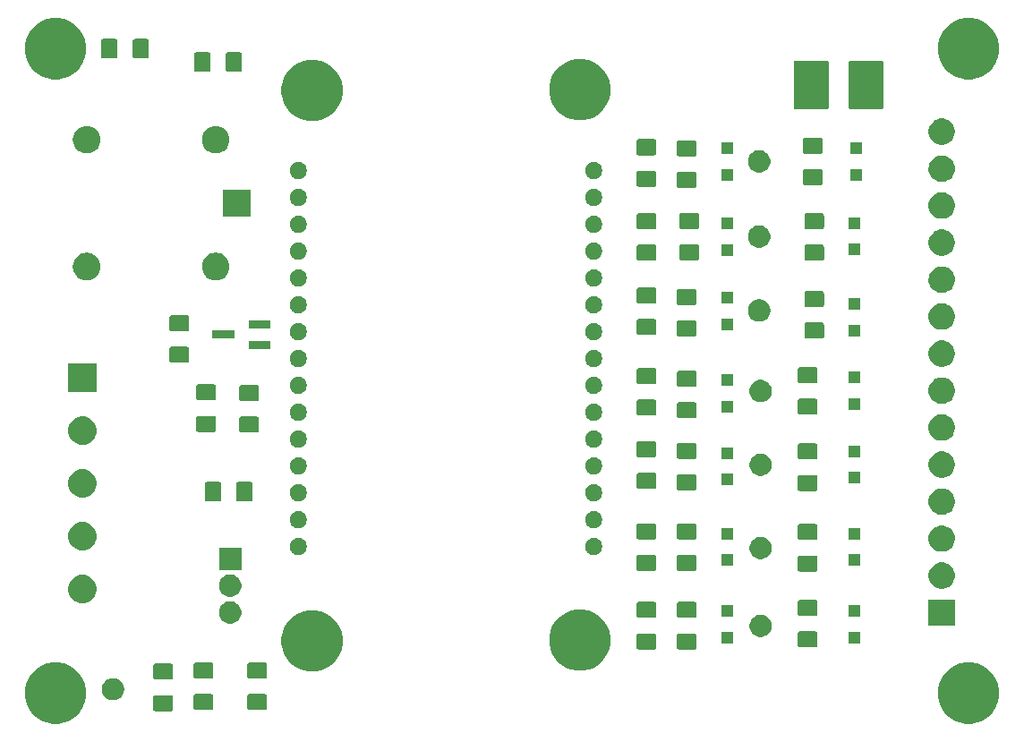
<source format=gbr>
G04 #@! TF.GenerationSoftware,KiCad,Pcbnew,5.0.2-bee76a0~70~ubuntu16.04.1*
G04 #@! TF.CreationDate,2019-02-03T15:20:27+01:00*
G04 #@! TF.ProjectId,valve_reporter,76616c76-655f-4726-9570-6f727465722e,rev?*
G04 #@! TF.SameCoordinates,Original*
G04 #@! TF.FileFunction,Soldermask,Top*
G04 #@! TF.FilePolarity,Negative*
%FSLAX46Y46*%
G04 Gerber Fmt 4.6, Leading zero omitted, Abs format (unit mm)*
G04 Created by KiCad (PCBNEW 5.0.2-bee76a0~70~ubuntu16.04.1) date Son 03 Feb 2019 15:20:27 CET*
%MOMM*%
%LPD*%
G01*
G04 APERTURE LIST*
%ADD10C,0.100000*%
G04 APERTURE END LIST*
D10*
G36*
X173566190Y-131830483D02*
X174094138Y-132049166D01*
X174569283Y-132366648D01*
X174973352Y-132770717D01*
X175290834Y-133245862D01*
X175509517Y-133773810D01*
X175621000Y-134334275D01*
X175621000Y-134905725D01*
X175509517Y-135466190D01*
X175290834Y-135994138D01*
X174973352Y-136469283D01*
X174569283Y-136873352D01*
X174094138Y-137190834D01*
X173566190Y-137409517D01*
X173005725Y-137521000D01*
X172434275Y-137521000D01*
X171873810Y-137409517D01*
X171345862Y-137190834D01*
X170870717Y-136873352D01*
X170466648Y-136469283D01*
X170149166Y-135994138D01*
X169930483Y-135466190D01*
X169819000Y-134905725D01*
X169819000Y-134334275D01*
X169930483Y-133773810D01*
X170149166Y-133245862D01*
X170466648Y-132770717D01*
X170870717Y-132366648D01*
X171345862Y-132049166D01*
X171873810Y-131830483D01*
X172434275Y-131719000D01*
X173005725Y-131719000D01*
X173566190Y-131830483D01*
X173566190Y-131830483D01*
G37*
G36*
X87206190Y-131830483D02*
X87734138Y-132049166D01*
X88209283Y-132366648D01*
X88613352Y-132770717D01*
X88930834Y-133245862D01*
X89149517Y-133773810D01*
X89261000Y-134334275D01*
X89261000Y-134905725D01*
X89149517Y-135466190D01*
X88930834Y-135994138D01*
X88613352Y-136469283D01*
X88209283Y-136873352D01*
X87734138Y-137190834D01*
X87206190Y-137409517D01*
X86645725Y-137521000D01*
X86074275Y-137521000D01*
X85513810Y-137409517D01*
X84985862Y-137190834D01*
X84510717Y-136873352D01*
X84106648Y-136469283D01*
X83789166Y-135994138D01*
X83570483Y-135466190D01*
X83459000Y-134905725D01*
X83459000Y-134334275D01*
X83570483Y-133773810D01*
X83789166Y-133245862D01*
X84106648Y-132770717D01*
X84510717Y-132366648D01*
X84985862Y-132049166D01*
X85513810Y-131830483D01*
X86074275Y-131719000D01*
X86645725Y-131719000D01*
X87206190Y-131830483D01*
X87206190Y-131830483D01*
G37*
G36*
X97295562Y-134803681D02*
X97330477Y-134814273D01*
X97362665Y-134831478D01*
X97390873Y-134854627D01*
X97414022Y-134882835D01*
X97431227Y-134915023D01*
X97441819Y-134949938D01*
X97446000Y-134992395D01*
X97446000Y-136133605D01*
X97441819Y-136176062D01*
X97431227Y-136210977D01*
X97414022Y-136243165D01*
X97390873Y-136271373D01*
X97362665Y-136294522D01*
X97330477Y-136311727D01*
X97295562Y-136322319D01*
X97253105Y-136326500D01*
X95786895Y-136326500D01*
X95744438Y-136322319D01*
X95709523Y-136311727D01*
X95677335Y-136294522D01*
X95649127Y-136271373D01*
X95625978Y-136243165D01*
X95608773Y-136210977D01*
X95598181Y-136176062D01*
X95594000Y-136133605D01*
X95594000Y-134992395D01*
X95598181Y-134949938D01*
X95608773Y-134915023D01*
X95625978Y-134882835D01*
X95649127Y-134854627D01*
X95677335Y-134831478D01*
X95709523Y-134814273D01*
X95744438Y-134803681D01*
X95786895Y-134799500D01*
X97253105Y-134799500D01*
X97295562Y-134803681D01*
X97295562Y-134803681D01*
G37*
G36*
X101105562Y-134713181D02*
X101140477Y-134723773D01*
X101172665Y-134740978D01*
X101200873Y-134764127D01*
X101224022Y-134792335D01*
X101241227Y-134824523D01*
X101251819Y-134859438D01*
X101256000Y-134901895D01*
X101256000Y-136043105D01*
X101251819Y-136085562D01*
X101241227Y-136120477D01*
X101224022Y-136152665D01*
X101200873Y-136180873D01*
X101172665Y-136204022D01*
X101140477Y-136221227D01*
X101105562Y-136231819D01*
X101063105Y-136236000D01*
X99596895Y-136236000D01*
X99554438Y-136231819D01*
X99519523Y-136221227D01*
X99487335Y-136204022D01*
X99459127Y-136180873D01*
X99435978Y-136152665D01*
X99418773Y-136120477D01*
X99408181Y-136085562D01*
X99404000Y-136043105D01*
X99404000Y-134901895D01*
X99408181Y-134859438D01*
X99418773Y-134824523D01*
X99435978Y-134792335D01*
X99459127Y-134764127D01*
X99487335Y-134740978D01*
X99519523Y-134723773D01*
X99554438Y-134713181D01*
X99596895Y-134709000D01*
X101063105Y-134709000D01*
X101105562Y-134713181D01*
X101105562Y-134713181D01*
G37*
G36*
X106185562Y-134713181D02*
X106220477Y-134723773D01*
X106252665Y-134740978D01*
X106280873Y-134764127D01*
X106304022Y-134792335D01*
X106321227Y-134824523D01*
X106331819Y-134859438D01*
X106336000Y-134901895D01*
X106336000Y-136043105D01*
X106331819Y-136085562D01*
X106321227Y-136120477D01*
X106304022Y-136152665D01*
X106280873Y-136180873D01*
X106252665Y-136204022D01*
X106220477Y-136221227D01*
X106185562Y-136231819D01*
X106143105Y-136236000D01*
X104676895Y-136236000D01*
X104634438Y-136231819D01*
X104599523Y-136221227D01*
X104567335Y-136204022D01*
X104539127Y-136180873D01*
X104515978Y-136152665D01*
X104498773Y-136120477D01*
X104488181Y-136085562D01*
X104484000Y-136043105D01*
X104484000Y-134901895D01*
X104488181Y-134859438D01*
X104498773Y-134824523D01*
X104515978Y-134792335D01*
X104539127Y-134764127D01*
X104567335Y-134740978D01*
X104599523Y-134723773D01*
X104634438Y-134713181D01*
X104676895Y-134709000D01*
X106143105Y-134709000D01*
X106185562Y-134713181D01*
X106185562Y-134713181D01*
G37*
G36*
X92092005Y-133241089D02*
X92283274Y-133320315D01*
X92455416Y-133435337D01*
X92601803Y-133581724D01*
X92716825Y-133753866D01*
X92796051Y-133945135D01*
X92836440Y-134148184D01*
X92836440Y-134355216D01*
X92796051Y-134558265D01*
X92716825Y-134749534D01*
X92601803Y-134921676D01*
X92455416Y-135068063D01*
X92283274Y-135183085D01*
X92092005Y-135262311D01*
X91888956Y-135302700D01*
X91681924Y-135302700D01*
X91478875Y-135262311D01*
X91287606Y-135183085D01*
X91115464Y-135068063D01*
X90969077Y-134921676D01*
X90854055Y-134749534D01*
X90774829Y-134558265D01*
X90734440Y-134355216D01*
X90734440Y-134148184D01*
X90774829Y-133945135D01*
X90854055Y-133753866D01*
X90969077Y-133581724D01*
X91115464Y-133435337D01*
X91287606Y-133320315D01*
X91478875Y-133241089D01*
X91681924Y-133200700D01*
X91888956Y-133200700D01*
X92092005Y-133241089D01*
X92092005Y-133241089D01*
G37*
G36*
X97295562Y-131828681D02*
X97330477Y-131839273D01*
X97362665Y-131856478D01*
X97390873Y-131879627D01*
X97414022Y-131907835D01*
X97431227Y-131940023D01*
X97441819Y-131974938D01*
X97446000Y-132017395D01*
X97446000Y-133158605D01*
X97441819Y-133201062D01*
X97431227Y-133235977D01*
X97414022Y-133268165D01*
X97390873Y-133296373D01*
X97362665Y-133319522D01*
X97330477Y-133336727D01*
X97295562Y-133347319D01*
X97253105Y-133351500D01*
X95786895Y-133351500D01*
X95744438Y-133347319D01*
X95709523Y-133336727D01*
X95677335Y-133319522D01*
X95649127Y-133296373D01*
X95625978Y-133268165D01*
X95608773Y-133235977D01*
X95598181Y-133201062D01*
X95594000Y-133158605D01*
X95594000Y-132017395D01*
X95598181Y-131974938D01*
X95608773Y-131940023D01*
X95625978Y-131907835D01*
X95649127Y-131879627D01*
X95677335Y-131856478D01*
X95709523Y-131839273D01*
X95744438Y-131828681D01*
X95786895Y-131824500D01*
X97253105Y-131824500D01*
X97295562Y-131828681D01*
X97295562Y-131828681D01*
G37*
G36*
X106185562Y-131738181D02*
X106220477Y-131748773D01*
X106252665Y-131765978D01*
X106280873Y-131789127D01*
X106304022Y-131817335D01*
X106321227Y-131849523D01*
X106331819Y-131884438D01*
X106336000Y-131926895D01*
X106336000Y-133068105D01*
X106331819Y-133110562D01*
X106321227Y-133145477D01*
X106304022Y-133177665D01*
X106280873Y-133205873D01*
X106252665Y-133229022D01*
X106220477Y-133246227D01*
X106185562Y-133256819D01*
X106143105Y-133261000D01*
X104676895Y-133261000D01*
X104634438Y-133256819D01*
X104599523Y-133246227D01*
X104567335Y-133229022D01*
X104539127Y-133205873D01*
X104515978Y-133177665D01*
X104498773Y-133145477D01*
X104488181Y-133110562D01*
X104484000Y-133068105D01*
X104484000Y-131926895D01*
X104488181Y-131884438D01*
X104498773Y-131849523D01*
X104515978Y-131817335D01*
X104539127Y-131789127D01*
X104567335Y-131765978D01*
X104599523Y-131748773D01*
X104634438Y-131738181D01*
X104676895Y-131734000D01*
X106143105Y-131734000D01*
X106185562Y-131738181D01*
X106185562Y-131738181D01*
G37*
G36*
X101105562Y-131738181D02*
X101140477Y-131748773D01*
X101172665Y-131765978D01*
X101200873Y-131789127D01*
X101224022Y-131817335D01*
X101241227Y-131849523D01*
X101251819Y-131884438D01*
X101256000Y-131926895D01*
X101256000Y-133068105D01*
X101251819Y-133110562D01*
X101241227Y-133145477D01*
X101224022Y-133177665D01*
X101200873Y-133205873D01*
X101172665Y-133229022D01*
X101140477Y-133246227D01*
X101105562Y-133256819D01*
X101063105Y-133261000D01*
X99596895Y-133261000D01*
X99554438Y-133256819D01*
X99519523Y-133246227D01*
X99487335Y-133229022D01*
X99459127Y-133205873D01*
X99435978Y-133177665D01*
X99418773Y-133145477D01*
X99408181Y-133110562D01*
X99404000Y-133068105D01*
X99404000Y-131926895D01*
X99408181Y-131884438D01*
X99418773Y-131849523D01*
X99435978Y-131817335D01*
X99459127Y-131789127D01*
X99487335Y-131765978D01*
X99519523Y-131748773D01*
X99554438Y-131738181D01*
X99596895Y-131734000D01*
X101063105Y-131734000D01*
X101105562Y-131738181D01*
X101105562Y-131738181D01*
G37*
G36*
X111463190Y-126877483D02*
X111991138Y-127096166D01*
X112466283Y-127413648D01*
X112870352Y-127817717D01*
X113187834Y-128292862D01*
X113406517Y-128820810D01*
X113518000Y-129381275D01*
X113518000Y-129952725D01*
X113406517Y-130513190D01*
X113187834Y-131041138D01*
X112870352Y-131516283D01*
X112466283Y-131920352D01*
X111991138Y-132237834D01*
X111463190Y-132456517D01*
X110902725Y-132568000D01*
X110331275Y-132568000D01*
X109770810Y-132456517D01*
X109242862Y-132237834D01*
X108767717Y-131920352D01*
X108363648Y-131516283D01*
X108046166Y-131041138D01*
X107827483Y-130513190D01*
X107716000Y-129952725D01*
X107716000Y-129381275D01*
X107827483Y-128820810D01*
X108046166Y-128292862D01*
X108363648Y-127817717D01*
X108767717Y-127413648D01*
X109242862Y-127096166D01*
X109770810Y-126877483D01*
X110331275Y-126766000D01*
X110902725Y-126766000D01*
X111463190Y-126877483D01*
X111463190Y-126877483D01*
G37*
G36*
X136799690Y-126813983D02*
X137327638Y-127032666D01*
X137802783Y-127350148D01*
X138206852Y-127754217D01*
X138524334Y-128229362D01*
X138743017Y-128757310D01*
X138854500Y-129317775D01*
X138854500Y-129889225D01*
X138743017Y-130449690D01*
X138524334Y-130977638D01*
X138206852Y-131452783D01*
X137802783Y-131856852D01*
X137327638Y-132174334D01*
X136799690Y-132393017D01*
X136239225Y-132504500D01*
X135667775Y-132504500D01*
X135107310Y-132393017D01*
X134579362Y-132174334D01*
X134104217Y-131856852D01*
X133700148Y-131452783D01*
X133382666Y-130977638D01*
X133163983Y-130449690D01*
X133052500Y-129889225D01*
X133052500Y-129317775D01*
X133163983Y-128757310D01*
X133382666Y-128229362D01*
X133700148Y-127754217D01*
X134104217Y-127350148D01*
X134579362Y-127032666D01*
X135107310Y-126813983D01*
X135667775Y-126702500D01*
X136239225Y-126702500D01*
X136799690Y-126813983D01*
X136799690Y-126813983D01*
G37*
G36*
X143015562Y-128966181D02*
X143050477Y-128976773D01*
X143082665Y-128993978D01*
X143110873Y-129017127D01*
X143134022Y-129045335D01*
X143151227Y-129077523D01*
X143161819Y-129112438D01*
X143166000Y-129154895D01*
X143166000Y-130296105D01*
X143161819Y-130338562D01*
X143151227Y-130373477D01*
X143134022Y-130405665D01*
X143110873Y-130433873D01*
X143082665Y-130457022D01*
X143050477Y-130474227D01*
X143015562Y-130484819D01*
X142973105Y-130489000D01*
X141506895Y-130489000D01*
X141464438Y-130484819D01*
X141429523Y-130474227D01*
X141397335Y-130457022D01*
X141369127Y-130433873D01*
X141345978Y-130405665D01*
X141328773Y-130373477D01*
X141318181Y-130338562D01*
X141314000Y-130296105D01*
X141314000Y-129154895D01*
X141318181Y-129112438D01*
X141328773Y-129077523D01*
X141345978Y-129045335D01*
X141369127Y-129017127D01*
X141397335Y-128993978D01*
X141429523Y-128976773D01*
X141464438Y-128966181D01*
X141506895Y-128962000D01*
X142973105Y-128962000D01*
X143015562Y-128966181D01*
X143015562Y-128966181D01*
G37*
G36*
X146825562Y-128966181D02*
X146860477Y-128976773D01*
X146892665Y-128993978D01*
X146920873Y-129017127D01*
X146944022Y-129045335D01*
X146961227Y-129077523D01*
X146971819Y-129112438D01*
X146976000Y-129154895D01*
X146976000Y-130296105D01*
X146971819Y-130338562D01*
X146961227Y-130373477D01*
X146944022Y-130405665D01*
X146920873Y-130433873D01*
X146892665Y-130457022D01*
X146860477Y-130474227D01*
X146825562Y-130484819D01*
X146783105Y-130489000D01*
X145316895Y-130489000D01*
X145274438Y-130484819D01*
X145239523Y-130474227D01*
X145207335Y-130457022D01*
X145179127Y-130433873D01*
X145155978Y-130405665D01*
X145138773Y-130373477D01*
X145128181Y-130338562D01*
X145124000Y-130296105D01*
X145124000Y-129154895D01*
X145128181Y-129112438D01*
X145138773Y-129077523D01*
X145155978Y-129045335D01*
X145179127Y-129017127D01*
X145207335Y-128993978D01*
X145239523Y-128976773D01*
X145274438Y-128966181D01*
X145316895Y-128962000D01*
X146783105Y-128962000D01*
X146825562Y-128966181D01*
X146825562Y-128966181D01*
G37*
G36*
X158255562Y-128780681D02*
X158290477Y-128791273D01*
X158322665Y-128808478D01*
X158350873Y-128831627D01*
X158374022Y-128859835D01*
X158391227Y-128892023D01*
X158401819Y-128926938D01*
X158406000Y-128969395D01*
X158406000Y-130110605D01*
X158401819Y-130153062D01*
X158391227Y-130187977D01*
X158374022Y-130220165D01*
X158350873Y-130248373D01*
X158322665Y-130271522D01*
X158290477Y-130288727D01*
X158255562Y-130299319D01*
X158213105Y-130303500D01*
X156746895Y-130303500D01*
X156704438Y-130299319D01*
X156669523Y-130288727D01*
X156637335Y-130271522D01*
X156609127Y-130248373D01*
X156585978Y-130220165D01*
X156568773Y-130187977D01*
X156558181Y-130153062D01*
X156554000Y-130110605D01*
X156554000Y-128969395D01*
X156558181Y-128926938D01*
X156568773Y-128892023D01*
X156585978Y-128859835D01*
X156609127Y-128831627D01*
X156637335Y-128808478D01*
X156669523Y-128791273D01*
X156704438Y-128780681D01*
X156746895Y-128776500D01*
X158213105Y-128776500D01*
X158255562Y-128780681D01*
X158255562Y-128780681D01*
G37*
G36*
X150411000Y-129909000D02*
X149309000Y-129909000D01*
X149309000Y-128807000D01*
X150411000Y-128807000D01*
X150411000Y-129909000D01*
X150411000Y-129909000D01*
G37*
G36*
X162476000Y-129889000D02*
X161374000Y-129889000D01*
X161374000Y-128787000D01*
X162476000Y-128787000D01*
X162476000Y-129889000D01*
X162476000Y-129889000D01*
G37*
G36*
X153341565Y-127259389D02*
X153532834Y-127338615D01*
X153704976Y-127453637D01*
X153851363Y-127600024D01*
X153966385Y-127772166D01*
X154045611Y-127963435D01*
X154086000Y-128166484D01*
X154086000Y-128373516D01*
X154045611Y-128576565D01*
X153966385Y-128767834D01*
X153851363Y-128939976D01*
X153704976Y-129086363D01*
X153532834Y-129201385D01*
X153341565Y-129280611D01*
X153138516Y-129321000D01*
X152931484Y-129321000D01*
X152728435Y-129280611D01*
X152537166Y-129201385D01*
X152365024Y-129086363D01*
X152218637Y-128939976D01*
X152103615Y-128767834D01*
X152024389Y-128576565D01*
X151984000Y-128373516D01*
X151984000Y-128166484D01*
X152024389Y-127963435D01*
X152103615Y-127772166D01*
X152218637Y-127600024D01*
X152365024Y-127453637D01*
X152537166Y-127338615D01*
X152728435Y-127259389D01*
X152931484Y-127219000D01*
X153138516Y-127219000D01*
X153341565Y-127259389D01*
X153341565Y-127259389D01*
G37*
G36*
X171431000Y-128251000D02*
X168929000Y-128251000D01*
X168929000Y-125749000D01*
X171431000Y-125749000D01*
X171431000Y-128251000D01*
X171431000Y-128251000D01*
G37*
G36*
X103176565Y-125989389D02*
X103367834Y-126068615D01*
X103539976Y-126183637D01*
X103686363Y-126330024D01*
X103801385Y-126502166D01*
X103880611Y-126693435D01*
X103921000Y-126896484D01*
X103921000Y-127103516D01*
X103880611Y-127306565D01*
X103801385Y-127497834D01*
X103686363Y-127669976D01*
X103539976Y-127816363D01*
X103367834Y-127931385D01*
X103176565Y-128010611D01*
X102973516Y-128051000D01*
X102766484Y-128051000D01*
X102563435Y-128010611D01*
X102372166Y-127931385D01*
X102200024Y-127816363D01*
X102053637Y-127669976D01*
X101938615Y-127497834D01*
X101859389Y-127306565D01*
X101819000Y-127103516D01*
X101819000Y-126896484D01*
X101859389Y-126693435D01*
X101938615Y-126502166D01*
X102053637Y-126330024D01*
X102200024Y-126183637D01*
X102372166Y-126068615D01*
X102563435Y-125989389D01*
X102766484Y-125949000D01*
X102973516Y-125949000D01*
X103176565Y-125989389D01*
X103176565Y-125989389D01*
G37*
G36*
X146825562Y-125991181D02*
X146860477Y-126001773D01*
X146892665Y-126018978D01*
X146920873Y-126042127D01*
X146944022Y-126070335D01*
X146961227Y-126102523D01*
X146971819Y-126137438D01*
X146976000Y-126179895D01*
X146976000Y-127321105D01*
X146971819Y-127363562D01*
X146961227Y-127398477D01*
X146944022Y-127430665D01*
X146920873Y-127458873D01*
X146892665Y-127482022D01*
X146860477Y-127499227D01*
X146825562Y-127509819D01*
X146783105Y-127514000D01*
X145316895Y-127514000D01*
X145274438Y-127509819D01*
X145239523Y-127499227D01*
X145207335Y-127482022D01*
X145179127Y-127458873D01*
X145155978Y-127430665D01*
X145138773Y-127398477D01*
X145128181Y-127363562D01*
X145124000Y-127321105D01*
X145124000Y-126179895D01*
X145128181Y-126137438D01*
X145138773Y-126102523D01*
X145155978Y-126070335D01*
X145179127Y-126042127D01*
X145207335Y-126018978D01*
X145239523Y-126001773D01*
X145274438Y-125991181D01*
X145316895Y-125987000D01*
X146783105Y-125987000D01*
X146825562Y-125991181D01*
X146825562Y-125991181D01*
G37*
G36*
X143015562Y-125991181D02*
X143050477Y-126001773D01*
X143082665Y-126018978D01*
X143110873Y-126042127D01*
X143134022Y-126070335D01*
X143151227Y-126102523D01*
X143161819Y-126137438D01*
X143166000Y-126179895D01*
X143166000Y-127321105D01*
X143161819Y-127363562D01*
X143151227Y-127398477D01*
X143134022Y-127430665D01*
X143110873Y-127458873D01*
X143082665Y-127482022D01*
X143050477Y-127499227D01*
X143015562Y-127509819D01*
X142973105Y-127514000D01*
X141506895Y-127514000D01*
X141464438Y-127509819D01*
X141429523Y-127499227D01*
X141397335Y-127482022D01*
X141369127Y-127458873D01*
X141345978Y-127430665D01*
X141328773Y-127398477D01*
X141318181Y-127363562D01*
X141314000Y-127321105D01*
X141314000Y-126179895D01*
X141318181Y-126137438D01*
X141328773Y-126102523D01*
X141345978Y-126070335D01*
X141369127Y-126042127D01*
X141397335Y-126018978D01*
X141429523Y-126001773D01*
X141464438Y-125991181D01*
X141506895Y-125987000D01*
X142973105Y-125987000D01*
X143015562Y-125991181D01*
X143015562Y-125991181D01*
G37*
G36*
X150411000Y-127409000D02*
X149309000Y-127409000D01*
X149309000Y-126307000D01*
X150411000Y-126307000D01*
X150411000Y-127409000D01*
X150411000Y-127409000D01*
G37*
G36*
X162476000Y-127389000D02*
X161374000Y-127389000D01*
X161374000Y-126287000D01*
X162476000Y-126287000D01*
X162476000Y-127389000D01*
X162476000Y-127389000D01*
G37*
G36*
X158255562Y-125805681D02*
X158290477Y-125816273D01*
X158322665Y-125833478D01*
X158350873Y-125856627D01*
X158374022Y-125884835D01*
X158391227Y-125917023D01*
X158401819Y-125951938D01*
X158406000Y-125994395D01*
X158406000Y-127135605D01*
X158401819Y-127178062D01*
X158391227Y-127212977D01*
X158374022Y-127245165D01*
X158350873Y-127273373D01*
X158322665Y-127296522D01*
X158290477Y-127313727D01*
X158255562Y-127324319D01*
X158213105Y-127328500D01*
X156746895Y-127328500D01*
X156704438Y-127324319D01*
X156669523Y-127313727D01*
X156637335Y-127296522D01*
X156609127Y-127273373D01*
X156585978Y-127245165D01*
X156568773Y-127212977D01*
X156558181Y-127178062D01*
X156554000Y-127135605D01*
X156554000Y-125994395D01*
X156558181Y-125951938D01*
X156568773Y-125917023D01*
X156585978Y-125884835D01*
X156609127Y-125856627D01*
X156637335Y-125833478D01*
X156669523Y-125816273D01*
X156704438Y-125805681D01*
X156746895Y-125801500D01*
X158213105Y-125801500D01*
X158255562Y-125805681D01*
X158255562Y-125805681D01*
G37*
G36*
X89160701Y-123449389D02*
X89294072Y-123475918D01*
X89539939Y-123577759D01*
X89760464Y-123725110D01*
X89761215Y-123725612D01*
X89949388Y-123913785D01*
X89949390Y-123913788D01*
X90097241Y-124135061D01*
X90199082Y-124380928D01*
X90251000Y-124641938D01*
X90251000Y-124908062D01*
X90199082Y-125169072D01*
X90097241Y-125414939D01*
X89949890Y-125635464D01*
X89949388Y-125636215D01*
X89761215Y-125824388D01*
X89761212Y-125824390D01*
X89539939Y-125972241D01*
X89294072Y-126074082D01*
X89163567Y-126100041D01*
X89033063Y-126126000D01*
X88766937Y-126126000D01*
X88636433Y-126100041D01*
X88505928Y-126074082D01*
X88260061Y-125972241D01*
X88038788Y-125824390D01*
X88038785Y-125824388D01*
X87850612Y-125636215D01*
X87850110Y-125635464D01*
X87702759Y-125414939D01*
X87600918Y-125169072D01*
X87549000Y-124908062D01*
X87549000Y-124641938D01*
X87600918Y-124380928D01*
X87702759Y-124135061D01*
X87850610Y-123913788D01*
X87850612Y-123913785D01*
X88038785Y-123725612D01*
X88039536Y-123725110D01*
X88260061Y-123577759D01*
X88505928Y-123475918D01*
X88639299Y-123449389D01*
X88766937Y-123424000D01*
X89033063Y-123424000D01*
X89160701Y-123449389D01*
X89160701Y-123449389D01*
G37*
G36*
X103176565Y-123449389D02*
X103367834Y-123528615D01*
X103539976Y-123643637D01*
X103686363Y-123790024D01*
X103801385Y-123962166D01*
X103880611Y-124153435D01*
X103921000Y-124356484D01*
X103921000Y-124563516D01*
X103880611Y-124766565D01*
X103801385Y-124957834D01*
X103686363Y-125129976D01*
X103539976Y-125276363D01*
X103367834Y-125391385D01*
X103176565Y-125470611D01*
X102973516Y-125511000D01*
X102766484Y-125511000D01*
X102563435Y-125470611D01*
X102372166Y-125391385D01*
X102200024Y-125276363D01*
X102053637Y-125129976D01*
X101938615Y-124957834D01*
X101859389Y-124766565D01*
X101819000Y-124563516D01*
X101819000Y-124356484D01*
X101859389Y-124153435D01*
X101938615Y-123962166D01*
X102053637Y-123790024D01*
X102200024Y-123643637D01*
X102372166Y-123528615D01*
X102563435Y-123449389D01*
X102766484Y-123409000D01*
X102973516Y-123409000D01*
X103176565Y-123449389D01*
X103176565Y-123449389D01*
G37*
G36*
X170363635Y-122261019D02*
X170544903Y-122297075D01*
X170772571Y-122391378D01*
X170976542Y-122527668D01*
X170977469Y-122528287D01*
X171151713Y-122702531D01*
X171151715Y-122702534D01*
X171288622Y-122907429D01*
X171382925Y-123135097D01*
X171418981Y-123316364D01*
X171431000Y-123376786D01*
X171431000Y-123623214D01*
X171418981Y-123683635D01*
X171382925Y-123864903D01*
X171288622Y-124092571D01*
X171152332Y-124296542D01*
X171151713Y-124297469D01*
X170977469Y-124471713D01*
X170977466Y-124471715D01*
X170772571Y-124608622D01*
X170544903Y-124702925D01*
X170363635Y-124738981D01*
X170303214Y-124751000D01*
X170056786Y-124751000D01*
X169996365Y-124738981D01*
X169815097Y-124702925D01*
X169587429Y-124608622D01*
X169382534Y-124471715D01*
X169382531Y-124471713D01*
X169208287Y-124297469D01*
X169207668Y-124296542D01*
X169071378Y-124092571D01*
X168977075Y-123864903D01*
X168941019Y-123683635D01*
X168929000Y-123623214D01*
X168929000Y-123376786D01*
X168941019Y-123316364D01*
X168977075Y-123135097D01*
X169071378Y-122907429D01*
X169208285Y-122702534D01*
X169208287Y-122702531D01*
X169382531Y-122528287D01*
X169383458Y-122527668D01*
X169587429Y-122391378D01*
X169815097Y-122297075D01*
X169996365Y-122261019D01*
X170056786Y-122249000D01*
X170303214Y-122249000D01*
X170363635Y-122261019D01*
X170363635Y-122261019D01*
G37*
G36*
X158255562Y-121595681D02*
X158290477Y-121606273D01*
X158322665Y-121623478D01*
X158350873Y-121646627D01*
X158374022Y-121674835D01*
X158391227Y-121707023D01*
X158401819Y-121741938D01*
X158406000Y-121784395D01*
X158406000Y-122925605D01*
X158401819Y-122968062D01*
X158391227Y-123002977D01*
X158374022Y-123035165D01*
X158350873Y-123063373D01*
X158322665Y-123086522D01*
X158290477Y-123103727D01*
X158255562Y-123114319D01*
X158213105Y-123118500D01*
X156746895Y-123118500D01*
X156704438Y-123114319D01*
X156669523Y-123103727D01*
X156637335Y-123086522D01*
X156609127Y-123063373D01*
X156585978Y-123035165D01*
X156568773Y-123002977D01*
X156558181Y-122968062D01*
X156554000Y-122925605D01*
X156554000Y-121784395D01*
X156558181Y-121741938D01*
X156568773Y-121707023D01*
X156585978Y-121674835D01*
X156609127Y-121646627D01*
X156637335Y-121623478D01*
X156669523Y-121606273D01*
X156704438Y-121595681D01*
X156746895Y-121591500D01*
X158213105Y-121591500D01*
X158255562Y-121595681D01*
X158255562Y-121595681D01*
G37*
G36*
X143015562Y-121528181D02*
X143050477Y-121538773D01*
X143082665Y-121555978D01*
X143110873Y-121579127D01*
X143134022Y-121607335D01*
X143151227Y-121639523D01*
X143161819Y-121674438D01*
X143166000Y-121716895D01*
X143166000Y-122858105D01*
X143161819Y-122900562D01*
X143151227Y-122935477D01*
X143134022Y-122967665D01*
X143110873Y-122995873D01*
X143082665Y-123019022D01*
X143050477Y-123036227D01*
X143015562Y-123046819D01*
X142973105Y-123051000D01*
X141506895Y-123051000D01*
X141464438Y-123046819D01*
X141429523Y-123036227D01*
X141397335Y-123019022D01*
X141369127Y-122995873D01*
X141345978Y-122967665D01*
X141328773Y-122935477D01*
X141318181Y-122900562D01*
X141314000Y-122858105D01*
X141314000Y-121716895D01*
X141318181Y-121674438D01*
X141328773Y-121639523D01*
X141345978Y-121607335D01*
X141369127Y-121579127D01*
X141397335Y-121555978D01*
X141429523Y-121538773D01*
X141464438Y-121528181D01*
X141506895Y-121524000D01*
X142973105Y-121524000D01*
X143015562Y-121528181D01*
X143015562Y-121528181D01*
G37*
G36*
X146825562Y-121528181D02*
X146860477Y-121538773D01*
X146892665Y-121555978D01*
X146920873Y-121579127D01*
X146944022Y-121607335D01*
X146961227Y-121639523D01*
X146971819Y-121674438D01*
X146976000Y-121716895D01*
X146976000Y-122858105D01*
X146971819Y-122900562D01*
X146961227Y-122935477D01*
X146944022Y-122967665D01*
X146920873Y-122995873D01*
X146892665Y-123019022D01*
X146860477Y-123036227D01*
X146825562Y-123046819D01*
X146783105Y-123051000D01*
X145316895Y-123051000D01*
X145274438Y-123046819D01*
X145239523Y-123036227D01*
X145207335Y-123019022D01*
X145179127Y-122995873D01*
X145155978Y-122967665D01*
X145138773Y-122935477D01*
X145128181Y-122900562D01*
X145124000Y-122858105D01*
X145124000Y-121716895D01*
X145128181Y-121674438D01*
X145138773Y-121639523D01*
X145155978Y-121607335D01*
X145179127Y-121579127D01*
X145207335Y-121555978D01*
X145239523Y-121538773D01*
X145274438Y-121528181D01*
X145316895Y-121524000D01*
X146783105Y-121524000D01*
X146825562Y-121528181D01*
X146825562Y-121528181D01*
G37*
G36*
X103921000Y-122971000D02*
X101819000Y-122971000D01*
X101819000Y-120869000D01*
X103921000Y-120869000D01*
X103921000Y-122971000D01*
X103921000Y-122971000D01*
G37*
G36*
X150411000Y-122601000D02*
X149309000Y-122601000D01*
X149309000Y-121499000D01*
X150411000Y-121499000D01*
X150411000Y-122601000D01*
X150411000Y-122601000D01*
G37*
G36*
X162476000Y-122601000D02*
X161374000Y-122601000D01*
X161374000Y-121499000D01*
X162476000Y-121499000D01*
X162476000Y-122601000D01*
X162476000Y-122601000D01*
G37*
G36*
X153341565Y-119893389D02*
X153532834Y-119972615D01*
X153704976Y-120087637D01*
X153851363Y-120234024D01*
X153966385Y-120406166D01*
X154045611Y-120597435D01*
X154086000Y-120800484D01*
X154086000Y-121007516D01*
X154045611Y-121210565D01*
X153966385Y-121401834D01*
X153851363Y-121573976D01*
X153704976Y-121720363D01*
X153532834Y-121835385D01*
X153341565Y-121914611D01*
X153138516Y-121955000D01*
X152931484Y-121955000D01*
X152728435Y-121914611D01*
X152537166Y-121835385D01*
X152365024Y-121720363D01*
X152218637Y-121573976D01*
X152103615Y-121401834D01*
X152024389Y-121210565D01*
X151984000Y-121007516D01*
X151984000Y-120800484D01*
X152024389Y-120597435D01*
X152103615Y-120406166D01*
X152218637Y-120234024D01*
X152365024Y-120087637D01*
X152537166Y-119972615D01*
X152728435Y-119893389D01*
X152931484Y-119853000D01*
X153138516Y-119853000D01*
X153341565Y-119893389D01*
X153341565Y-119893389D01*
G37*
G36*
X109542143Y-119963243D02*
X109690103Y-120024531D01*
X109757131Y-120069318D01*
X109820295Y-120111522D01*
X109823259Y-120113503D01*
X109936499Y-120226743D01*
X110025471Y-120359899D01*
X110086759Y-120507859D01*
X110118001Y-120664926D01*
X110118001Y-120825076D01*
X110086759Y-120982143D01*
X110076249Y-121007516D01*
X110025472Y-121130101D01*
X109936500Y-121263258D01*
X109823258Y-121376500D01*
X109785341Y-121401835D01*
X109690103Y-121465471D01*
X109542143Y-121526759D01*
X109385076Y-121558001D01*
X109224926Y-121558001D01*
X109067859Y-121526759D01*
X108919899Y-121465471D01*
X108824661Y-121401835D01*
X108786744Y-121376500D01*
X108673502Y-121263258D01*
X108584530Y-121130101D01*
X108533753Y-121007516D01*
X108523243Y-120982143D01*
X108492001Y-120825076D01*
X108492001Y-120664926D01*
X108523243Y-120507859D01*
X108584531Y-120359899D01*
X108673503Y-120226743D01*
X108786743Y-120113503D01*
X108789708Y-120111522D01*
X108852871Y-120069318D01*
X108919899Y-120024531D01*
X109067859Y-119963243D01*
X109224926Y-119932001D01*
X109385076Y-119932001D01*
X109542143Y-119963243D01*
X109542143Y-119963243D01*
G37*
G36*
X137482143Y-119963243D02*
X137630103Y-120024531D01*
X137697131Y-120069318D01*
X137760295Y-120111522D01*
X137763259Y-120113503D01*
X137876499Y-120226743D01*
X137965471Y-120359899D01*
X138026759Y-120507859D01*
X138058001Y-120664926D01*
X138058001Y-120825076D01*
X138026759Y-120982143D01*
X138016249Y-121007516D01*
X137965472Y-121130101D01*
X137876500Y-121263258D01*
X137763258Y-121376500D01*
X137725341Y-121401835D01*
X137630103Y-121465471D01*
X137482143Y-121526759D01*
X137325076Y-121558001D01*
X137164926Y-121558001D01*
X137007859Y-121526759D01*
X136859899Y-121465471D01*
X136764661Y-121401835D01*
X136726744Y-121376500D01*
X136613502Y-121263258D01*
X136524530Y-121130101D01*
X136473753Y-121007516D01*
X136463243Y-120982143D01*
X136432001Y-120825076D01*
X136432001Y-120664926D01*
X136463243Y-120507859D01*
X136524531Y-120359899D01*
X136613503Y-120226743D01*
X136726743Y-120113503D01*
X136729708Y-120111522D01*
X136792871Y-120069318D01*
X136859899Y-120024531D01*
X137007859Y-119963243D01*
X137164926Y-119932001D01*
X137325076Y-119932001D01*
X137482143Y-119963243D01*
X137482143Y-119963243D01*
G37*
G36*
X170363635Y-118761019D02*
X170544903Y-118797075D01*
X170772571Y-118891378D01*
X170915318Y-118986759D01*
X170977469Y-119028287D01*
X171151713Y-119202531D01*
X171151715Y-119202534D01*
X171288622Y-119407429D01*
X171382925Y-119635097D01*
X171417338Y-119808105D01*
X171426269Y-119853000D01*
X171431000Y-119876787D01*
X171431000Y-120123213D01*
X171382925Y-120364903D01*
X171288622Y-120592571D01*
X171152332Y-120796542D01*
X171151713Y-120797469D01*
X170977469Y-120971713D01*
X170977466Y-120971715D01*
X170772571Y-121108622D01*
X170544903Y-121202925D01*
X170363636Y-121238981D01*
X170303214Y-121251000D01*
X170056786Y-121251000D01*
X169996364Y-121238981D01*
X169815097Y-121202925D01*
X169587429Y-121108622D01*
X169382534Y-120971715D01*
X169382531Y-120971713D01*
X169208287Y-120797469D01*
X169207668Y-120796542D01*
X169071378Y-120592571D01*
X168977075Y-120364903D01*
X168929000Y-120123213D01*
X168929000Y-119876787D01*
X168933732Y-119853000D01*
X168942662Y-119808105D01*
X168977075Y-119635097D01*
X169071378Y-119407429D01*
X169208285Y-119202534D01*
X169208287Y-119202531D01*
X169382531Y-119028287D01*
X169444682Y-118986759D01*
X169587429Y-118891378D01*
X169815097Y-118797075D01*
X169996365Y-118761019D01*
X170056786Y-118749000D01*
X170303214Y-118749000D01*
X170363635Y-118761019D01*
X170363635Y-118761019D01*
G37*
G36*
X89163567Y-118449959D02*
X89294072Y-118475918D01*
X89539939Y-118577759D01*
X89760464Y-118725110D01*
X89761215Y-118725612D01*
X89949388Y-118913785D01*
X89949390Y-118913788D01*
X90097241Y-119135061D01*
X90199082Y-119380928D01*
X90199082Y-119380929D01*
X90251000Y-119641937D01*
X90251000Y-119908063D01*
X90233203Y-119997535D01*
X90199082Y-120169072D01*
X90097241Y-120414939D01*
X90035153Y-120507859D01*
X89949388Y-120636215D01*
X89761215Y-120824388D01*
X89761212Y-120824390D01*
X89539939Y-120972241D01*
X89294072Y-121074082D01*
X89163567Y-121100041D01*
X89033063Y-121126000D01*
X88766937Y-121126000D01*
X88636433Y-121100041D01*
X88505928Y-121074082D01*
X88260061Y-120972241D01*
X88038788Y-120824390D01*
X88038785Y-120824388D01*
X87850612Y-120636215D01*
X87764847Y-120507859D01*
X87702759Y-120414939D01*
X87600918Y-120169072D01*
X87566797Y-119997535D01*
X87549000Y-119908063D01*
X87549000Y-119641937D01*
X87600918Y-119380929D01*
X87600918Y-119380928D01*
X87702759Y-119135061D01*
X87850610Y-118913788D01*
X87850612Y-118913785D01*
X88038785Y-118725612D01*
X88039536Y-118725110D01*
X88260061Y-118577759D01*
X88505928Y-118475918D01*
X88636433Y-118449959D01*
X88766937Y-118424000D01*
X89033063Y-118424000D01*
X89163567Y-118449959D01*
X89163567Y-118449959D01*
G37*
G36*
X158255562Y-118620681D02*
X158290477Y-118631273D01*
X158322665Y-118648478D01*
X158350873Y-118671627D01*
X158374022Y-118699835D01*
X158391227Y-118732023D01*
X158401819Y-118766938D01*
X158406000Y-118809395D01*
X158406000Y-119950605D01*
X158401819Y-119993062D01*
X158391227Y-120027977D01*
X158374022Y-120060165D01*
X158350873Y-120088373D01*
X158322665Y-120111522D01*
X158290477Y-120128727D01*
X158255562Y-120139319D01*
X158213105Y-120143500D01*
X156746895Y-120143500D01*
X156704438Y-120139319D01*
X156669523Y-120128727D01*
X156637335Y-120111522D01*
X156609127Y-120088373D01*
X156585978Y-120060165D01*
X156568773Y-120027977D01*
X156558181Y-119993062D01*
X156554000Y-119950605D01*
X156554000Y-118809395D01*
X156558181Y-118766938D01*
X156568773Y-118732023D01*
X156585978Y-118699835D01*
X156609127Y-118671627D01*
X156637335Y-118648478D01*
X156669523Y-118631273D01*
X156704438Y-118620681D01*
X156746895Y-118616500D01*
X158213105Y-118616500D01*
X158255562Y-118620681D01*
X158255562Y-118620681D01*
G37*
G36*
X162476000Y-120101000D02*
X161374000Y-120101000D01*
X161374000Y-118999000D01*
X162476000Y-118999000D01*
X162476000Y-120101000D01*
X162476000Y-120101000D01*
G37*
G36*
X150411000Y-120101000D02*
X149309000Y-120101000D01*
X149309000Y-118999000D01*
X150411000Y-118999000D01*
X150411000Y-120101000D01*
X150411000Y-120101000D01*
G37*
G36*
X143015562Y-118553181D02*
X143050477Y-118563773D01*
X143082665Y-118580978D01*
X143110873Y-118604127D01*
X143134022Y-118632335D01*
X143151227Y-118664523D01*
X143161819Y-118699438D01*
X143166000Y-118741895D01*
X143166000Y-119883105D01*
X143161819Y-119925562D01*
X143151227Y-119960477D01*
X143134022Y-119992665D01*
X143110873Y-120020873D01*
X143082665Y-120044022D01*
X143050477Y-120061227D01*
X143015562Y-120071819D01*
X142973105Y-120076000D01*
X141506895Y-120076000D01*
X141464438Y-120071819D01*
X141429523Y-120061227D01*
X141397335Y-120044022D01*
X141369127Y-120020873D01*
X141345978Y-119992665D01*
X141328773Y-119960477D01*
X141318181Y-119925562D01*
X141314000Y-119883105D01*
X141314000Y-118741895D01*
X141318181Y-118699438D01*
X141328773Y-118664523D01*
X141345978Y-118632335D01*
X141369127Y-118604127D01*
X141397335Y-118580978D01*
X141429523Y-118563773D01*
X141464438Y-118553181D01*
X141506895Y-118549000D01*
X142973105Y-118549000D01*
X143015562Y-118553181D01*
X143015562Y-118553181D01*
G37*
G36*
X146825562Y-118553181D02*
X146860477Y-118563773D01*
X146892665Y-118580978D01*
X146920873Y-118604127D01*
X146944022Y-118632335D01*
X146961227Y-118664523D01*
X146971819Y-118699438D01*
X146976000Y-118741895D01*
X146976000Y-119883105D01*
X146971819Y-119925562D01*
X146961227Y-119960477D01*
X146944022Y-119992665D01*
X146920873Y-120020873D01*
X146892665Y-120044022D01*
X146860477Y-120061227D01*
X146825562Y-120071819D01*
X146783105Y-120076000D01*
X145316895Y-120076000D01*
X145274438Y-120071819D01*
X145239523Y-120061227D01*
X145207335Y-120044022D01*
X145179127Y-120020873D01*
X145155978Y-119992665D01*
X145138773Y-119960477D01*
X145128181Y-119925562D01*
X145124000Y-119883105D01*
X145124000Y-118741895D01*
X145128181Y-118699438D01*
X145138773Y-118664523D01*
X145155978Y-118632335D01*
X145179127Y-118604127D01*
X145207335Y-118580978D01*
X145239523Y-118563773D01*
X145274438Y-118553181D01*
X145316895Y-118549000D01*
X146783105Y-118549000D01*
X146825562Y-118553181D01*
X146825562Y-118553181D01*
G37*
G36*
X137482143Y-117423243D02*
X137630103Y-117484531D01*
X137697131Y-117529318D01*
X137763258Y-117573502D01*
X137876500Y-117686744D01*
X137919434Y-117751000D01*
X137965471Y-117819899D01*
X138026759Y-117967859D01*
X138058001Y-118124926D01*
X138058001Y-118285076D01*
X138026759Y-118442143D01*
X137965471Y-118590103D01*
X137926466Y-118648478D01*
X137882435Y-118714376D01*
X137876499Y-118723259D01*
X137763259Y-118836499D01*
X137630103Y-118925471D01*
X137482143Y-118986759D01*
X137325076Y-119018001D01*
X137164926Y-119018001D01*
X137007859Y-118986759D01*
X136859899Y-118925471D01*
X136726743Y-118836499D01*
X136613503Y-118723259D01*
X136607568Y-118714376D01*
X136563536Y-118648478D01*
X136524531Y-118590103D01*
X136463243Y-118442143D01*
X136432001Y-118285076D01*
X136432001Y-118124926D01*
X136463243Y-117967859D01*
X136524531Y-117819899D01*
X136570568Y-117751000D01*
X136613502Y-117686744D01*
X136726744Y-117573502D01*
X136792871Y-117529318D01*
X136859899Y-117484531D01*
X137007859Y-117423243D01*
X137164926Y-117392001D01*
X137325076Y-117392001D01*
X137482143Y-117423243D01*
X137482143Y-117423243D01*
G37*
G36*
X109542143Y-117423243D02*
X109690103Y-117484531D01*
X109757131Y-117529318D01*
X109823258Y-117573502D01*
X109936500Y-117686744D01*
X109979434Y-117751000D01*
X110025471Y-117819899D01*
X110086759Y-117967859D01*
X110118001Y-118124926D01*
X110118001Y-118285076D01*
X110086759Y-118442143D01*
X110025471Y-118590103D01*
X109986466Y-118648478D01*
X109942435Y-118714376D01*
X109936499Y-118723259D01*
X109823259Y-118836499D01*
X109690103Y-118925471D01*
X109542143Y-118986759D01*
X109385076Y-119018001D01*
X109224926Y-119018001D01*
X109067859Y-118986759D01*
X108919899Y-118925471D01*
X108786743Y-118836499D01*
X108673503Y-118723259D01*
X108667568Y-118714376D01*
X108623536Y-118648478D01*
X108584531Y-118590103D01*
X108523243Y-118442143D01*
X108492001Y-118285076D01*
X108492001Y-118124926D01*
X108523243Y-117967859D01*
X108584531Y-117819899D01*
X108630568Y-117751000D01*
X108673502Y-117686744D01*
X108786744Y-117573502D01*
X108852871Y-117529318D01*
X108919899Y-117484531D01*
X109067859Y-117423243D01*
X109224926Y-117392001D01*
X109385076Y-117392001D01*
X109542143Y-117423243D01*
X109542143Y-117423243D01*
G37*
G36*
X170363636Y-115261019D02*
X170544903Y-115297075D01*
X170772571Y-115391378D01*
X170976542Y-115527668D01*
X170977469Y-115528287D01*
X171151713Y-115702531D01*
X171151715Y-115702534D01*
X171288622Y-115907429D01*
X171382925Y-116135097D01*
X171431000Y-116376787D01*
X171431000Y-116623213D01*
X171382925Y-116864903D01*
X171288622Y-117092571D01*
X171152332Y-117296542D01*
X171151713Y-117297469D01*
X170977469Y-117471713D01*
X170977466Y-117471715D01*
X170772571Y-117608622D01*
X170544903Y-117702925D01*
X170363636Y-117738981D01*
X170303214Y-117751000D01*
X170056786Y-117751000D01*
X169996364Y-117738981D01*
X169815097Y-117702925D01*
X169587429Y-117608622D01*
X169382534Y-117471715D01*
X169382531Y-117471713D01*
X169208287Y-117297469D01*
X169207668Y-117296542D01*
X169071378Y-117092571D01*
X168977075Y-116864903D01*
X168929000Y-116623213D01*
X168929000Y-116376787D01*
X168977075Y-116135097D01*
X169071378Y-115907429D01*
X169208285Y-115702534D01*
X169208287Y-115702531D01*
X169382531Y-115528287D01*
X169383458Y-115527668D01*
X169587429Y-115391378D01*
X169815097Y-115297075D01*
X169996364Y-115261019D01*
X170056786Y-115249000D01*
X170303214Y-115249000D01*
X170363636Y-115261019D01*
X170363636Y-115261019D01*
G37*
G36*
X101865562Y-114648181D02*
X101900477Y-114658773D01*
X101932665Y-114675978D01*
X101960873Y-114699127D01*
X101984022Y-114727335D01*
X102001227Y-114759523D01*
X102011819Y-114794438D01*
X102016000Y-114836895D01*
X102016000Y-116303105D01*
X102011819Y-116345562D01*
X102001227Y-116380477D01*
X101984022Y-116412665D01*
X101960873Y-116440873D01*
X101932665Y-116464022D01*
X101900477Y-116481227D01*
X101865562Y-116491819D01*
X101823105Y-116496000D01*
X100681895Y-116496000D01*
X100639438Y-116491819D01*
X100604523Y-116481227D01*
X100572335Y-116464022D01*
X100544127Y-116440873D01*
X100520978Y-116412665D01*
X100503773Y-116380477D01*
X100493181Y-116345562D01*
X100489000Y-116303105D01*
X100489000Y-114836895D01*
X100493181Y-114794438D01*
X100503773Y-114759523D01*
X100520978Y-114727335D01*
X100544127Y-114699127D01*
X100572335Y-114675978D01*
X100604523Y-114658773D01*
X100639438Y-114648181D01*
X100681895Y-114644000D01*
X101823105Y-114644000D01*
X101865562Y-114648181D01*
X101865562Y-114648181D01*
G37*
G36*
X104840562Y-114648181D02*
X104875477Y-114658773D01*
X104907665Y-114675978D01*
X104935873Y-114699127D01*
X104959022Y-114727335D01*
X104976227Y-114759523D01*
X104986819Y-114794438D01*
X104991000Y-114836895D01*
X104991000Y-116303105D01*
X104986819Y-116345562D01*
X104976227Y-116380477D01*
X104959022Y-116412665D01*
X104935873Y-116440873D01*
X104907665Y-116464022D01*
X104875477Y-116481227D01*
X104840562Y-116491819D01*
X104798105Y-116496000D01*
X103656895Y-116496000D01*
X103614438Y-116491819D01*
X103579523Y-116481227D01*
X103547335Y-116464022D01*
X103519127Y-116440873D01*
X103495978Y-116412665D01*
X103478773Y-116380477D01*
X103468181Y-116345562D01*
X103464000Y-116303105D01*
X103464000Y-114836895D01*
X103468181Y-114794438D01*
X103478773Y-114759523D01*
X103495978Y-114727335D01*
X103519127Y-114699127D01*
X103547335Y-114675978D01*
X103579523Y-114658773D01*
X103614438Y-114648181D01*
X103656895Y-114644000D01*
X104798105Y-114644000D01*
X104840562Y-114648181D01*
X104840562Y-114648181D01*
G37*
G36*
X137482143Y-114883243D02*
X137630103Y-114944531D01*
X137684683Y-114981000D01*
X137762664Y-115033105D01*
X137763259Y-115033503D01*
X137876499Y-115146743D01*
X137955933Y-115265624D01*
X137965472Y-115279901D01*
X137976119Y-115305605D01*
X138026759Y-115427859D01*
X138058001Y-115584926D01*
X138058001Y-115745076D01*
X138026759Y-115902143D01*
X138024569Y-115907429D01*
X137965472Y-116050101D01*
X137876500Y-116183258D01*
X137763258Y-116296500D01*
X137712187Y-116330624D01*
X137630103Y-116385471D01*
X137482143Y-116446759D01*
X137325076Y-116478001D01*
X137164926Y-116478001D01*
X137007859Y-116446759D01*
X136859899Y-116385471D01*
X136777815Y-116330624D01*
X136726744Y-116296500D01*
X136613502Y-116183258D01*
X136524530Y-116050101D01*
X136465433Y-115907429D01*
X136463243Y-115902143D01*
X136432001Y-115745076D01*
X136432001Y-115584926D01*
X136463243Y-115427859D01*
X136513883Y-115305605D01*
X136524530Y-115279901D01*
X136534070Y-115265624D01*
X136613503Y-115146743D01*
X136726743Y-115033503D01*
X136727339Y-115033105D01*
X136805319Y-114981000D01*
X136859899Y-114944531D01*
X137007859Y-114883243D01*
X137164926Y-114852001D01*
X137325076Y-114852001D01*
X137482143Y-114883243D01*
X137482143Y-114883243D01*
G37*
G36*
X109542143Y-114883243D02*
X109690103Y-114944531D01*
X109744683Y-114981000D01*
X109822664Y-115033105D01*
X109823259Y-115033503D01*
X109936499Y-115146743D01*
X110015933Y-115265624D01*
X110025472Y-115279901D01*
X110036119Y-115305605D01*
X110086759Y-115427859D01*
X110118001Y-115584926D01*
X110118001Y-115745076D01*
X110086759Y-115902143D01*
X110084569Y-115907429D01*
X110025472Y-116050101D01*
X109936500Y-116183258D01*
X109823258Y-116296500D01*
X109772187Y-116330624D01*
X109690103Y-116385471D01*
X109542143Y-116446759D01*
X109385076Y-116478001D01*
X109224926Y-116478001D01*
X109067859Y-116446759D01*
X108919899Y-116385471D01*
X108837815Y-116330624D01*
X108786744Y-116296500D01*
X108673502Y-116183258D01*
X108584530Y-116050101D01*
X108525433Y-115907429D01*
X108523243Y-115902143D01*
X108492001Y-115745076D01*
X108492001Y-115584926D01*
X108523243Y-115427859D01*
X108573883Y-115305605D01*
X108584530Y-115279901D01*
X108594070Y-115265624D01*
X108673503Y-115146743D01*
X108786743Y-115033503D01*
X108787339Y-115033105D01*
X108865319Y-114981000D01*
X108919899Y-114944531D01*
X109067859Y-114883243D01*
X109224926Y-114852001D01*
X109385076Y-114852001D01*
X109542143Y-114883243D01*
X109542143Y-114883243D01*
G37*
G36*
X89163567Y-113449959D02*
X89294072Y-113475918D01*
X89539939Y-113577759D01*
X89760464Y-113725110D01*
X89761215Y-113725612D01*
X89949388Y-113913785D01*
X89949390Y-113913788D01*
X90097241Y-114135061D01*
X90199082Y-114380928D01*
X90251000Y-114641938D01*
X90251000Y-114908062D01*
X90199082Y-115169072D01*
X90097241Y-115414939D01*
X89949890Y-115635464D01*
X89949388Y-115636215D01*
X89761215Y-115824388D01*
X89761212Y-115824390D01*
X89539939Y-115972241D01*
X89294072Y-116074082D01*
X89163567Y-116100041D01*
X89033063Y-116126000D01*
X88766937Y-116126000D01*
X88636433Y-116100041D01*
X88505928Y-116074082D01*
X88260061Y-115972241D01*
X88038788Y-115824390D01*
X88038785Y-115824388D01*
X87850612Y-115636215D01*
X87850110Y-115635464D01*
X87702759Y-115414939D01*
X87600918Y-115169072D01*
X87549000Y-114908062D01*
X87549000Y-114641938D01*
X87600918Y-114380928D01*
X87702759Y-114135061D01*
X87850610Y-113913788D01*
X87850612Y-113913785D01*
X88038785Y-113725612D01*
X88039536Y-113725110D01*
X88260061Y-113577759D01*
X88505928Y-113475918D01*
X88636433Y-113449959D01*
X88766937Y-113424000D01*
X89033063Y-113424000D01*
X89163567Y-113449959D01*
X89163567Y-113449959D01*
G37*
G36*
X158255562Y-113975681D02*
X158290477Y-113986273D01*
X158322665Y-114003478D01*
X158350873Y-114026627D01*
X158374022Y-114054835D01*
X158391227Y-114087023D01*
X158401819Y-114121938D01*
X158406000Y-114164395D01*
X158406000Y-115305605D01*
X158401819Y-115348062D01*
X158391227Y-115382977D01*
X158374022Y-115415165D01*
X158350873Y-115443373D01*
X158322665Y-115466522D01*
X158290477Y-115483727D01*
X158255562Y-115494319D01*
X158213105Y-115498500D01*
X156746895Y-115498500D01*
X156704438Y-115494319D01*
X156669523Y-115483727D01*
X156637335Y-115466522D01*
X156609127Y-115443373D01*
X156585978Y-115415165D01*
X156568773Y-115382977D01*
X156558181Y-115348062D01*
X156554000Y-115305605D01*
X156554000Y-114164395D01*
X156558181Y-114121938D01*
X156568773Y-114087023D01*
X156585978Y-114054835D01*
X156609127Y-114026627D01*
X156637335Y-114003478D01*
X156669523Y-113986273D01*
X156704438Y-113975681D01*
X156746895Y-113971500D01*
X158213105Y-113971500D01*
X158255562Y-113975681D01*
X158255562Y-113975681D01*
G37*
G36*
X146825562Y-113908181D02*
X146860477Y-113918773D01*
X146892665Y-113935978D01*
X146920873Y-113959127D01*
X146944022Y-113987335D01*
X146961227Y-114019523D01*
X146971819Y-114054438D01*
X146976000Y-114096895D01*
X146976000Y-115238105D01*
X146971819Y-115280562D01*
X146961227Y-115315477D01*
X146944022Y-115347665D01*
X146920873Y-115375873D01*
X146892665Y-115399022D01*
X146860477Y-115416227D01*
X146825562Y-115426819D01*
X146783105Y-115431000D01*
X145316895Y-115431000D01*
X145274438Y-115426819D01*
X145239523Y-115416227D01*
X145207335Y-115399022D01*
X145179127Y-115375873D01*
X145155978Y-115347665D01*
X145138773Y-115315477D01*
X145128181Y-115280562D01*
X145124000Y-115238105D01*
X145124000Y-114096895D01*
X145128181Y-114054438D01*
X145138773Y-114019523D01*
X145155978Y-113987335D01*
X145179127Y-113959127D01*
X145207335Y-113935978D01*
X145239523Y-113918773D01*
X145274438Y-113908181D01*
X145316895Y-113904000D01*
X146783105Y-113904000D01*
X146825562Y-113908181D01*
X146825562Y-113908181D01*
G37*
G36*
X143015562Y-113778181D02*
X143050477Y-113788773D01*
X143082665Y-113805978D01*
X143110873Y-113829127D01*
X143134022Y-113857335D01*
X143151227Y-113889523D01*
X143161819Y-113924438D01*
X143166000Y-113966895D01*
X143166000Y-115108105D01*
X143161819Y-115150562D01*
X143151227Y-115185477D01*
X143134022Y-115217665D01*
X143110873Y-115245873D01*
X143082665Y-115269022D01*
X143050477Y-115286227D01*
X143015562Y-115296819D01*
X142973105Y-115301000D01*
X141506895Y-115301000D01*
X141464438Y-115296819D01*
X141429523Y-115286227D01*
X141397335Y-115269022D01*
X141369127Y-115245873D01*
X141345978Y-115217665D01*
X141328773Y-115185477D01*
X141318181Y-115150562D01*
X141314000Y-115108105D01*
X141314000Y-113966895D01*
X141318181Y-113924438D01*
X141328773Y-113889523D01*
X141345978Y-113857335D01*
X141369127Y-113829127D01*
X141397335Y-113805978D01*
X141429523Y-113788773D01*
X141464438Y-113778181D01*
X141506895Y-113774000D01*
X142973105Y-113774000D01*
X143015562Y-113778181D01*
X143015562Y-113778181D01*
G37*
G36*
X150411000Y-114981000D02*
X149309000Y-114981000D01*
X149309000Y-113879000D01*
X150411000Y-113879000D01*
X150411000Y-114981000D01*
X150411000Y-114981000D01*
G37*
G36*
X162476000Y-114811000D02*
X161374000Y-114811000D01*
X161374000Y-113709000D01*
X162476000Y-113709000D01*
X162476000Y-114811000D01*
X162476000Y-114811000D01*
G37*
G36*
X170363636Y-111761019D02*
X170544903Y-111797075D01*
X170772571Y-111891378D01*
X170903706Y-111979000D01*
X170977469Y-112028287D01*
X171151713Y-112202531D01*
X171151715Y-112202534D01*
X171288622Y-112407429D01*
X171382925Y-112635097D01*
X171431000Y-112876787D01*
X171431000Y-113123213D01*
X171382925Y-113364903D01*
X171288622Y-113592571D01*
X171164601Y-113778181D01*
X171151713Y-113797469D01*
X170977469Y-113971713D01*
X170977466Y-113971715D01*
X170772571Y-114108622D01*
X170544903Y-114202925D01*
X170363635Y-114238981D01*
X170303214Y-114251000D01*
X170056786Y-114251000D01*
X169996365Y-114238981D01*
X169815097Y-114202925D01*
X169587429Y-114108622D01*
X169382534Y-113971715D01*
X169382531Y-113971713D01*
X169208287Y-113797469D01*
X169195399Y-113778181D01*
X169071378Y-113592571D01*
X168977075Y-113364903D01*
X168929000Y-113123213D01*
X168929000Y-112876787D01*
X168977075Y-112635097D01*
X169071378Y-112407429D01*
X169208285Y-112202534D01*
X169208287Y-112202531D01*
X169382531Y-112028287D01*
X169456294Y-111979000D01*
X169587429Y-111891378D01*
X169815097Y-111797075D01*
X169996364Y-111761019D01*
X170056786Y-111749000D01*
X170303214Y-111749000D01*
X170363636Y-111761019D01*
X170363636Y-111761019D01*
G37*
G36*
X153341565Y-112019389D02*
X153532834Y-112098615D01*
X153704976Y-112213637D01*
X153851363Y-112360024D01*
X153966385Y-112532166D01*
X154045611Y-112723435D01*
X154086000Y-112926484D01*
X154086000Y-113133516D01*
X154045611Y-113336565D01*
X153966385Y-113527834D01*
X153851363Y-113699976D01*
X153704976Y-113846363D01*
X153532834Y-113961385D01*
X153341565Y-114040611D01*
X153138516Y-114081000D01*
X152931484Y-114081000D01*
X152728435Y-114040611D01*
X152537166Y-113961385D01*
X152365024Y-113846363D01*
X152218637Y-113699976D01*
X152103615Y-113527834D01*
X152024389Y-113336565D01*
X151984000Y-113133516D01*
X151984000Y-112926484D01*
X152024389Y-112723435D01*
X152103615Y-112532166D01*
X152218637Y-112360024D01*
X152365024Y-112213637D01*
X152537166Y-112098615D01*
X152728435Y-112019389D01*
X152931484Y-111979000D01*
X153138516Y-111979000D01*
X153341565Y-112019389D01*
X153341565Y-112019389D01*
G37*
G36*
X137482143Y-112343243D02*
X137630103Y-112404531D01*
X137697131Y-112449318D01*
X137760295Y-112491522D01*
X137763259Y-112493503D01*
X137876499Y-112606743D01*
X137965471Y-112739899D01*
X138026759Y-112887859D01*
X138058001Y-113044926D01*
X138058001Y-113205076D01*
X138026759Y-113362143D01*
X137965471Y-113510103D01*
X137953623Y-113527835D01*
X137876500Y-113643258D01*
X137763258Y-113756500D01*
X137714958Y-113788773D01*
X137630103Y-113845471D01*
X137482143Y-113906759D01*
X137325076Y-113938001D01*
X137164926Y-113938001D01*
X137007859Y-113906759D01*
X136859899Y-113845471D01*
X136775044Y-113788773D01*
X136726744Y-113756500D01*
X136613502Y-113643258D01*
X136536379Y-113527835D01*
X136524531Y-113510103D01*
X136463243Y-113362143D01*
X136432001Y-113205076D01*
X136432001Y-113044926D01*
X136463243Y-112887859D01*
X136524531Y-112739899D01*
X136613503Y-112606743D01*
X136726743Y-112493503D01*
X136729708Y-112491522D01*
X136792871Y-112449318D01*
X136859899Y-112404531D01*
X137007859Y-112343243D01*
X137164926Y-112312001D01*
X137325076Y-112312001D01*
X137482143Y-112343243D01*
X137482143Y-112343243D01*
G37*
G36*
X109542143Y-112343243D02*
X109690103Y-112404531D01*
X109757131Y-112449318D01*
X109820295Y-112491522D01*
X109823259Y-112493503D01*
X109936499Y-112606743D01*
X110025471Y-112739899D01*
X110086759Y-112887859D01*
X110118001Y-113044926D01*
X110118001Y-113205076D01*
X110086759Y-113362143D01*
X110025471Y-113510103D01*
X110013623Y-113527835D01*
X109936500Y-113643258D01*
X109823258Y-113756500D01*
X109774958Y-113788773D01*
X109690103Y-113845471D01*
X109542143Y-113906759D01*
X109385076Y-113938001D01*
X109224926Y-113938001D01*
X109067859Y-113906759D01*
X108919899Y-113845471D01*
X108835044Y-113788773D01*
X108786744Y-113756500D01*
X108673502Y-113643258D01*
X108596379Y-113527835D01*
X108584531Y-113510103D01*
X108523243Y-113362143D01*
X108492001Y-113205076D01*
X108492001Y-113044926D01*
X108523243Y-112887859D01*
X108584531Y-112739899D01*
X108673503Y-112606743D01*
X108786743Y-112493503D01*
X108789708Y-112491522D01*
X108852871Y-112449318D01*
X108919899Y-112404531D01*
X109067859Y-112343243D01*
X109224926Y-112312001D01*
X109385076Y-112312001D01*
X109542143Y-112343243D01*
X109542143Y-112343243D01*
G37*
G36*
X158255562Y-111000681D02*
X158290477Y-111011273D01*
X158322665Y-111028478D01*
X158350873Y-111051627D01*
X158374022Y-111079835D01*
X158391227Y-111112023D01*
X158401819Y-111146938D01*
X158406000Y-111189395D01*
X158406000Y-112330605D01*
X158401819Y-112373062D01*
X158391227Y-112407977D01*
X158374022Y-112440165D01*
X158350873Y-112468373D01*
X158322665Y-112491522D01*
X158290477Y-112508727D01*
X158255562Y-112519319D01*
X158213105Y-112523500D01*
X156746895Y-112523500D01*
X156704438Y-112519319D01*
X156669523Y-112508727D01*
X156637335Y-112491522D01*
X156609127Y-112468373D01*
X156585978Y-112440165D01*
X156568773Y-112407977D01*
X156558181Y-112373062D01*
X156554000Y-112330605D01*
X156554000Y-111189395D01*
X156558181Y-111146938D01*
X156568773Y-111112023D01*
X156585978Y-111079835D01*
X156609127Y-111051627D01*
X156637335Y-111028478D01*
X156669523Y-111011273D01*
X156704438Y-111000681D01*
X156746895Y-110996500D01*
X158213105Y-110996500D01*
X158255562Y-111000681D01*
X158255562Y-111000681D01*
G37*
G36*
X150411000Y-112481000D02*
X149309000Y-112481000D01*
X149309000Y-111379000D01*
X150411000Y-111379000D01*
X150411000Y-112481000D01*
X150411000Y-112481000D01*
G37*
G36*
X146825562Y-110933181D02*
X146860477Y-110943773D01*
X146892665Y-110960978D01*
X146920873Y-110984127D01*
X146944022Y-111012335D01*
X146961227Y-111044523D01*
X146971819Y-111079438D01*
X146976000Y-111121895D01*
X146976000Y-112263105D01*
X146971819Y-112305562D01*
X146961227Y-112340477D01*
X146944022Y-112372665D01*
X146920873Y-112400873D01*
X146892665Y-112424022D01*
X146860477Y-112441227D01*
X146825562Y-112451819D01*
X146783105Y-112456000D01*
X145316895Y-112456000D01*
X145274438Y-112451819D01*
X145239523Y-112441227D01*
X145207335Y-112424022D01*
X145179127Y-112400873D01*
X145155978Y-112372665D01*
X145138773Y-112340477D01*
X145128181Y-112305562D01*
X145124000Y-112263105D01*
X145124000Y-111121895D01*
X145128181Y-111079438D01*
X145138773Y-111044523D01*
X145155978Y-111012335D01*
X145179127Y-110984127D01*
X145207335Y-110960978D01*
X145239523Y-110943773D01*
X145274438Y-110933181D01*
X145316895Y-110929000D01*
X146783105Y-110929000D01*
X146825562Y-110933181D01*
X146825562Y-110933181D01*
G37*
G36*
X143015562Y-110803181D02*
X143050477Y-110813773D01*
X143082665Y-110830978D01*
X143110873Y-110854127D01*
X143134022Y-110882335D01*
X143151227Y-110914523D01*
X143161819Y-110949438D01*
X143166000Y-110991895D01*
X143166000Y-112133105D01*
X143161819Y-112175562D01*
X143151227Y-112210477D01*
X143134022Y-112242665D01*
X143110873Y-112270873D01*
X143082665Y-112294022D01*
X143050477Y-112311227D01*
X143015562Y-112321819D01*
X142973105Y-112326000D01*
X141506895Y-112326000D01*
X141464438Y-112321819D01*
X141429523Y-112311227D01*
X141397335Y-112294022D01*
X141369127Y-112270873D01*
X141345978Y-112242665D01*
X141328773Y-112210477D01*
X141318181Y-112175562D01*
X141314000Y-112133105D01*
X141314000Y-110991895D01*
X141318181Y-110949438D01*
X141328773Y-110914523D01*
X141345978Y-110882335D01*
X141369127Y-110854127D01*
X141397335Y-110830978D01*
X141429523Y-110813773D01*
X141464438Y-110803181D01*
X141506895Y-110799000D01*
X142973105Y-110799000D01*
X143015562Y-110803181D01*
X143015562Y-110803181D01*
G37*
G36*
X162476000Y-112311000D02*
X161374000Y-112311000D01*
X161374000Y-111209000D01*
X162476000Y-111209000D01*
X162476000Y-112311000D01*
X162476000Y-112311000D01*
G37*
G36*
X109542143Y-109803243D02*
X109690103Y-109864531D01*
X109751196Y-109905352D01*
X109820295Y-109951522D01*
X109823259Y-109953503D01*
X109936499Y-110066743D01*
X110025471Y-110199899D01*
X110086759Y-110347859D01*
X110118001Y-110504926D01*
X110118001Y-110665076D01*
X110086759Y-110822143D01*
X110025471Y-110970103D01*
X109986466Y-111028478D01*
X109942435Y-111094376D01*
X109936499Y-111103259D01*
X109823259Y-111216499D01*
X109690103Y-111305471D01*
X109542143Y-111366759D01*
X109385076Y-111398001D01*
X109224926Y-111398001D01*
X109067859Y-111366759D01*
X108919899Y-111305471D01*
X108786743Y-111216499D01*
X108673503Y-111103259D01*
X108667568Y-111094376D01*
X108623536Y-111028478D01*
X108584531Y-110970103D01*
X108523243Y-110822143D01*
X108492001Y-110665076D01*
X108492001Y-110504926D01*
X108523243Y-110347859D01*
X108584531Y-110199899D01*
X108673503Y-110066743D01*
X108786743Y-109953503D01*
X108789708Y-109951522D01*
X108858806Y-109905352D01*
X108919899Y-109864531D01*
X109067859Y-109803243D01*
X109224926Y-109772001D01*
X109385076Y-109772001D01*
X109542143Y-109803243D01*
X109542143Y-109803243D01*
G37*
G36*
X137482143Y-109803243D02*
X137630103Y-109864531D01*
X137691196Y-109905352D01*
X137760295Y-109951522D01*
X137763259Y-109953503D01*
X137876499Y-110066743D01*
X137965471Y-110199899D01*
X138026759Y-110347859D01*
X138058001Y-110504926D01*
X138058001Y-110665076D01*
X138026759Y-110822143D01*
X137965471Y-110970103D01*
X137926466Y-111028478D01*
X137882435Y-111094376D01*
X137876499Y-111103259D01*
X137763259Y-111216499D01*
X137630103Y-111305471D01*
X137482143Y-111366759D01*
X137325076Y-111398001D01*
X137164926Y-111398001D01*
X137007859Y-111366759D01*
X136859899Y-111305471D01*
X136726743Y-111216499D01*
X136613503Y-111103259D01*
X136607568Y-111094376D01*
X136563536Y-111028478D01*
X136524531Y-110970103D01*
X136463243Y-110822143D01*
X136432001Y-110665076D01*
X136432001Y-110504926D01*
X136463243Y-110347859D01*
X136524531Y-110199899D01*
X136613503Y-110066743D01*
X136726743Y-109953503D01*
X136729708Y-109951522D01*
X136798806Y-109905352D01*
X136859899Y-109864531D01*
X137007859Y-109803243D01*
X137164926Y-109772001D01*
X137325076Y-109772001D01*
X137482143Y-109803243D01*
X137482143Y-109803243D01*
G37*
G36*
X89103973Y-108438105D02*
X89294072Y-108475918D01*
X89539939Y-108577759D01*
X89759394Y-108724395D01*
X89761215Y-108725612D01*
X89949388Y-108913785D01*
X89949390Y-108913788D01*
X90097241Y-109135061D01*
X90199082Y-109380928D01*
X90199082Y-109380929D01*
X90251000Y-109641937D01*
X90251000Y-109908063D01*
X90225041Y-110038567D01*
X90199082Y-110169072D01*
X90097241Y-110414939D01*
X90037112Y-110504927D01*
X89949388Y-110636215D01*
X89761215Y-110824388D01*
X89761212Y-110824390D01*
X89539939Y-110972241D01*
X89294072Y-111074082D01*
X89192047Y-111094376D01*
X89033063Y-111126000D01*
X88766937Y-111126000D01*
X88607953Y-111094376D01*
X88505928Y-111074082D01*
X88260061Y-110972241D01*
X88038788Y-110824390D01*
X88038785Y-110824388D01*
X87850612Y-110636215D01*
X87762888Y-110504927D01*
X87702759Y-110414939D01*
X87600918Y-110169072D01*
X87574959Y-110038567D01*
X87549000Y-109908063D01*
X87549000Y-109641937D01*
X87600918Y-109380929D01*
X87600918Y-109380928D01*
X87702759Y-109135061D01*
X87850610Y-108913788D01*
X87850612Y-108913785D01*
X88038785Y-108725612D01*
X88040606Y-108724395D01*
X88260061Y-108577759D01*
X88505928Y-108475918D01*
X88696027Y-108438105D01*
X88766937Y-108424000D01*
X89033063Y-108424000D01*
X89103973Y-108438105D01*
X89103973Y-108438105D01*
G37*
G36*
X170363635Y-108261019D02*
X170544903Y-108297075D01*
X170772571Y-108391378D01*
X170976542Y-108527668D01*
X170977469Y-108528287D01*
X171151713Y-108702531D01*
X171151715Y-108702534D01*
X171288622Y-108907429D01*
X171382925Y-109135097D01*
X171418981Y-109316364D01*
X171431000Y-109376786D01*
X171431000Y-109623214D01*
X171427143Y-109642605D01*
X171382925Y-109864903D01*
X171288622Y-110092571D01*
X171237506Y-110169071D01*
X171151713Y-110297469D01*
X170977469Y-110471713D01*
X170977466Y-110471715D01*
X170772571Y-110608622D01*
X170544903Y-110702925D01*
X170363635Y-110738981D01*
X170303214Y-110751000D01*
X170056786Y-110751000D01*
X169996365Y-110738981D01*
X169815097Y-110702925D01*
X169587429Y-110608622D01*
X169382534Y-110471715D01*
X169382531Y-110471713D01*
X169208287Y-110297469D01*
X169122494Y-110169071D01*
X169071378Y-110092571D01*
X168977075Y-109864903D01*
X168932857Y-109642605D01*
X168929000Y-109623214D01*
X168929000Y-109376786D01*
X168941019Y-109316364D01*
X168977075Y-109135097D01*
X169071378Y-108907429D01*
X169208285Y-108702534D01*
X169208287Y-108702531D01*
X169382531Y-108528287D01*
X169383458Y-108527668D01*
X169587429Y-108391378D01*
X169815097Y-108297075D01*
X169996365Y-108261019D01*
X170056786Y-108249000D01*
X170303214Y-108249000D01*
X170363635Y-108261019D01*
X170363635Y-108261019D01*
G37*
G36*
X105423562Y-108460681D02*
X105458477Y-108471273D01*
X105490665Y-108488478D01*
X105518873Y-108511627D01*
X105542022Y-108539835D01*
X105559227Y-108572023D01*
X105569819Y-108606938D01*
X105574000Y-108649395D01*
X105574000Y-109790605D01*
X105569819Y-109833062D01*
X105559227Y-109867977D01*
X105542022Y-109900165D01*
X105518873Y-109928373D01*
X105490665Y-109951522D01*
X105458477Y-109968727D01*
X105423562Y-109979319D01*
X105381105Y-109983500D01*
X103914895Y-109983500D01*
X103872438Y-109979319D01*
X103837523Y-109968727D01*
X103805335Y-109951522D01*
X103777127Y-109928373D01*
X103753978Y-109900165D01*
X103736773Y-109867977D01*
X103726181Y-109833062D01*
X103722000Y-109790605D01*
X103722000Y-108649395D01*
X103726181Y-108606938D01*
X103736773Y-108572023D01*
X103753978Y-108539835D01*
X103777127Y-108511627D01*
X103805335Y-108488478D01*
X103837523Y-108471273D01*
X103872438Y-108460681D01*
X103914895Y-108456500D01*
X105381105Y-108456500D01*
X105423562Y-108460681D01*
X105423562Y-108460681D01*
G37*
G36*
X101359562Y-108387681D02*
X101394477Y-108398273D01*
X101426665Y-108415478D01*
X101454873Y-108438627D01*
X101478022Y-108466835D01*
X101495227Y-108499023D01*
X101505819Y-108533938D01*
X101510000Y-108576395D01*
X101510000Y-109717605D01*
X101505819Y-109760062D01*
X101495227Y-109794977D01*
X101478022Y-109827165D01*
X101454873Y-109855373D01*
X101426665Y-109878522D01*
X101394477Y-109895727D01*
X101359562Y-109906319D01*
X101317105Y-109910500D01*
X99850895Y-109910500D01*
X99808438Y-109906319D01*
X99773523Y-109895727D01*
X99741335Y-109878522D01*
X99713127Y-109855373D01*
X99689978Y-109827165D01*
X99672773Y-109794977D01*
X99662181Y-109760062D01*
X99658000Y-109717605D01*
X99658000Y-108576395D01*
X99662181Y-108533938D01*
X99672773Y-108499023D01*
X99689978Y-108466835D01*
X99713127Y-108438627D01*
X99741335Y-108415478D01*
X99773523Y-108398273D01*
X99808438Y-108387681D01*
X99850895Y-108383500D01*
X101317105Y-108383500D01*
X101359562Y-108387681D01*
X101359562Y-108387681D01*
G37*
G36*
X109542143Y-107263243D02*
X109690103Y-107324531D01*
X109823259Y-107413503D01*
X109936499Y-107526743D01*
X110025471Y-107659899D01*
X110086759Y-107807859D01*
X110118001Y-107964926D01*
X110118001Y-108125076D01*
X110086759Y-108282143D01*
X110025471Y-108430103D01*
X109991755Y-108480562D01*
X109936500Y-108563258D01*
X109823258Y-108676500D01*
X109784295Y-108702534D01*
X109690103Y-108765471D01*
X109542143Y-108826759D01*
X109385076Y-108858001D01*
X109224926Y-108858001D01*
X109067859Y-108826759D01*
X108919899Y-108765471D01*
X108825707Y-108702534D01*
X108786744Y-108676500D01*
X108673502Y-108563258D01*
X108618247Y-108480562D01*
X108584531Y-108430103D01*
X108523243Y-108282143D01*
X108492001Y-108125076D01*
X108492001Y-107964926D01*
X108523243Y-107807859D01*
X108584531Y-107659899D01*
X108673503Y-107526743D01*
X108786743Y-107413503D01*
X108919899Y-107324531D01*
X109067859Y-107263243D01*
X109224926Y-107232001D01*
X109385076Y-107232001D01*
X109542143Y-107263243D01*
X109542143Y-107263243D01*
G37*
G36*
X137482143Y-107263243D02*
X137630103Y-107324531D01*
X137763259Y-107413503D01*
X137876499Y-107526743D01*
X137965471Y-107659899D01*
X138026759Y-107807859D01*
X138058001Y-107964926D01*
X138058001Y-108125076D01*
X138026759Y-108282143D01*
X137965471Y-108430103D01*
X137931755Y-108480562D01*
X137876500Y-108563258D01*
X137763258Y-108676500D01*
X137724295Y-108702534D01*
X137630103Y-108765471D01*
X137482143Y-108826759D01*
X137325076Y-108858001D01*
X137164926Y-108858001D01*
X137007859Y-108826759D01*
X136859899Y-108765471D01*
X136765707Y-108702534D01*
X136726744Y-108676500D01*
X136613502Y-108563258D01*
X136558247Y-108480562D01*
X136524531Y-108430103D01*
X136463243Y-108282143D01*
X136432001Y-108125076D01*
X136432001Y-107964926D01*
X136463243Y-107807859D01*
X136524531Y-107659899D01*
X136613503Y-107526743D01*
X136726743Y-107413503D01*
X136859899Y-107324531D01*
X137007859Y-107263243D01*
X137164926Y-107232001D01*
X137325076Y-107232001D01*
X137482143Y-107263243D01*
X137482143Y-107263243D01*
G37*
G36*
X146825562Y-107108181D02*
X146860477Y-107118773D01*
X146892665Y-107135978D01*
X146920873Y-107159127D01*
X146944022Y-107187335D01*
X146961227Y-107219523D01*
X146971819Y-107254438D01*
X146976000Y-107296895D01*
X146976000Y-108438105D01*
X146971819Y-108480562D01*
X146961227Y-108515477D01*
X146944022Y-108547665D01*
X146920873Y-108575873D01*
X146892665Y-108599022D01*
X146860477Y-108616227D01*
X146825562Y-108626819D01*
X146783105Y-108631000D01*
X145316895Y-108631000D01*
X145274438Y-108626819D01*
X145239523Y-108616227D01*
X145207335Y-108599022D01*
X145179127Y-108575873D01*
X145155978Y-108547665D01*
X145138773Y-108515477D01*
X145128181Y-108480562D01*
X145124000Y-108438105D01*
X145124000Y-107296895D01*
X145128181Y-107254438D01*
X145138773Y-107219523D01*
X145155978Y-107187335D01*
X145179127Y-107159127D01*
X145207335Y-107135978D01*
X145239523Y-107118773D01*
X145274438Y-107108181D01*
X145316895Y-107104000D01*
X146783105Y-107104000D01*
X146825562Y-107108181D01*
X146825562Y-107108181D01*
G37*
G36*
X143015562Y-106848181D02*
X143050477Y-106858773D01*
X143082665Y-106875978D01*
X143110873Y-106899127D01*
X143134022Y-106927335D01*
X143151227Y-106959523D01*
X143161819Y-106994438D01*
X143166000Y-107036895D01*
X143166000Y-108178105D01*
X143161819Y-108220562D01*
X143151227Y-108255477D01*
X143134022Y-108287665D01*
X143110873Y-108315873D01*
X143082665Y-108339022D01*
X143050477Y-108356227D01*
X143015562Y-108366819D01*
X142973105Y-108371000D01*
X141506895Y-108371000D01*
X141464438Y-108366819D01*
X141429523Y-108356227D01*
X141397335Y-108339022D01*
X141369127Y-108315873D01*
X141345978Y-108287665D01*
X141328773Y-108255477D01*
X141318181Y-108220562D01*
X141314000Y-108178105D01*
X141314000Y-107036895D01*
X141318181Y-106994438D01*
X141328773Y-106959523D01*
X141345978Y-106927335D01*
X141369127Y-106899127D01*
X141397335Y-106875978D01*
X141429523Y-106858773D01*
X141464438Y-106848181D01*
X141506895Y-106844000D01*
X142973105Y-106844000D01*
X143015562Y-106848181D01*
X143015562Y-106848181D01*
G37*
G36*
X158255562Y-106773181D02*
X158290477Y-106783773D01*
X158322665Y-106800978D01*
X158350873Y-106824127D01*
X158374022Y-106852335D01*
X158391227Y-106884523D01*
X158401819Y-106919438D01*
X158406000Y-106961895D01*
X158406000Y-108103105D01*
X158401819Y-108145562D01*
X158391227Y-108180477D01*
X158374022Y-108212665D01*
X158350873Y-108240873D01*
X158322665Y-108264022D01*
X158290477Y-108281227D01*
X158255562Y-108291819D01*
X158213105Y-108296000D01*
X156746895Y-108296000D01*
X156704438Y-108291819D01*
X156669523Y-108281227D01*
X156637335Y-108264022D01*
X156609127Y-108240873D01*
X156585978Y-108212665D01*
X156568773Y-108180477D01*
X156558181Y-108145562D01*
X156554000Y-108103105D01*
X156554000Y-106961895D01*
X156558181Y-106919438D01*
X156568773Y-106884523D01*
X156585978Y-106852335D01*
X156609127Y-106824127D01*
X156637335Y-106800978D01*
X156669523Y-106783773D01*
X156704438Y-106773181D01*
X156746895Y-106769000D01*
X158213105Y-106769000D01*
X158255562Y-106773181D01*
X158255562Y-106773181D01*
G37*
G36*
X150411000Y-108051000D02*
X149309000Y-108051000D01*
X149309000Y-106949000D01*
X150411000Y-106949000D01*
X150411000Y-108051000D01*
X150411000Y-108051000D01*
G37*
G36*
X162476000Y-107826000D02*
X161374000Y-107826000D01*
X161374000Y-106724000D01*
X162476000Y-106724000D01*
X162476000Y-107826000D01*
X162476000Y-107826000D01*
G37*
G36*
X170363635Y-104761019D02*
X170544903Y-104797075D01*
X170772571Y-104891378D01*
X170926155Y-104994000D01*
X170977469Y-105028287D01*
X171151713Y-105202531D01*
X171151715Y-105202534D01*
X171288622Y-105407429D01*
X171382925Y-105635097D01*
X171431000Y-105876787D01*
X171431000Y-106123213D01*
X171382925Y-106364903D01*
X171288622Y-106592571D01*
X171189708Y-106740605D01*
X171151713Y-106797469D01*
X170977469Y-106971713D01*
X170977466Y-106971715D01*
X170772571Y-107108622D01*
X170544903Y-107202925D01*
X170363636Y-107238981D01*
X170303214Y-107251000D01*
X170056786Y-107251000D01*
X169996364Y-107238981D01*
X169815097Y-107202925D01*
X169587429Y-107108622D01*
X169382534Y-106971715D01*
X169382531Y-106971713D01*
X169208287Y-106797469D01*
X169170292Y-106740605D01*
X169071378Y-106592571D01*
X168977075Y-106364903D01*
X168929000Y-106123213D01*
X168929000Y-105876787D01*
X168977075Y-105635097D01*
X169071378Y-105407429D01*
X169208285Y-105202534D01*
X169208287Y-105202531D01*
X169382531Y-105028287D01*
X169433845Y-104994000D01*
X169587429Y-104891378D01*
X169815097Y-104797075D01*
X169996365Y-104761019D01*
X170056786Y-104749000D01*
X170303214Y-104749000D01*
X170363635Y-104761019D01*
X170363635Y-104761019D01*
G37*
G36*
X153341565Y-105034389D02*
X153532834Y-105113615D01*
X153704976Y-105228637D01*
X153851363Y-105375024D01*
X153966385Y-105547166D01*
X154045611Y-105738435D01*
X154086000Y-105941484D01*
X154086000Y-106148516D01*
X154045611Y-106351565D01*
X153966385Y-106542834D01*
X153851363Y-106714976D01*
X153704976Y-106861363D01*
X153532834Y-106976385D01*
X153341565Y-107055611D01*
X153138516Y-107096000D01*
X152931484Y-107096000D01*
X152728435Y-107055611D01*
X152537166Y-106976385D01*
X152365024Y-106861363D01*
X152218637Y-106714976D01*
X152103615Y-106542834D01*
X152024389Y-106351565D01*
X151984000Y-106148516D01*
X151984000Y-105941484D01*
X152024389Y-105738435D01*
X152103615Y-105547166D01*
X152218637Y-105375024D01*
X152365024Y-105228637D01*
X152537166Y-105113615D01*
X152728435Y-105034389D01*
X152931484Y-104994000D01*
X153138516Y-104994000D01*
X153341565Y-105034389D01*
X153341565Y-105034389D01*
G37*
G36*
X105423562Y-105485681D02*
X105458477Y-105496273D01*
X105490665Y-105513478D01*
X105518873Y-105536627D01*
X105542022Y-105564835D01*
X105559227Y-105597023D01*
X105569819Y-105631938D01*
X105574000Y-105674395D01*
X105574000Y-106815605D01*
X105569819Y-106858062D01*
X105559227Y-106892977D01*
X105542022Y-106925165D01*
X105518873Y-106953373D01*
X105490665Y-106976522D01*
X105458477Y-106993727D01*
X105423562Y-107004319D01*
X105381105Y-107008500D01*
X103914895Y-107008500D01*
X103872438Y-107004319D01*
X103837523Y-106993727D01*
X103805335Y-106976522D01*
X103777127Y-106953373D01*
X103753978Y-106925165D01*
X103736773Y-106892977D01*
X103726181Y-106858062D01*
X103722000Y-106815605D01*
X103722000Y-105674395D01*
X103726181Y-105631938D01*
X103736773Y-105597023D01*
X103753978Y-105564835D01*
X103777127Y-105536627D01*
X103805335Y-105513478D01*
X103837523Y-105496273D01*
X103872438Y-105485681D01*
X103914895Y-105481500D01*
X105381105Y-105481500D01*
X105423562Y-105485681D01*
X105423562Y-105485681D01*
G37*
G36*
X101359562Y-105412681D02*
X101394477Y-105423273D01*
X101426665Y-105440478D01*
X101454873Y-105463627D01*
X101478022Y-105491835D01*
X101495227Y-105524023D01*
X101505819Y-105558938D01*
X101510000Y-105601395D01*
X101510000Y-106742605D01*
X101505819Y-106785062D01*
X101495227Y-106819977D01*
X101478022Y-106852165D01*
X101454873Y-106880373D01*
X101426665Y-106903522D01*
X101394477Y-106920727D01*
X101359562Y-106931319D01*
X101317105Y-106935500D01*
X99850895Y-106935500D01*
X99808438Y-106931319D01*
X99773523Y-106920727D01*
X99741335Y-106903522D01*
X99713127Y-106880373D01*
X99689978Y-106852165D01*
X99672773Y-106819977D01*
X99662181Y-106785062D01*
X99658000Y-106742605D01*
X99658000Y-105601395D01*
X99662181Y-105558938D01*
X99672773Y-105524023D01*
X99689978Y-105491835D01*
X99713127Y-105463627D01*
X99741335Y-105440478D01*
X99773523Y-105423273D01*
X99808438Y-105412681D01*
X99850895Y-105408500D01*
X101317105Y-105408500D01*
X101359562Y-105412681D01*
X101359562Y-105412681D01*
G37*
G36*
X109542143Y-104723243D02*
X109690103Y-104784531D01*
X109708876Y-104797075D01*
X109823258Y-104873502D01*
X109936500Y-104986744D01*
X109964258Y-105028287D01*
X110025471Y-105119899D01*
X110086759Y-105267859D01*
X110118001Y-105424926D01*
X110118001Y-105585076D01*
X110086759Y-105742143D01*
X110083755Y-105749395D01*
X110025472Y-105890101D01*
X109936500Y-106023258D01*
X109823258Y-106136500D01*
X109757131Y-106180684D01*
X109690103Y-106225471D01*
X109542143Y-106286759D01*
X109385076Y-106318001D01*
X109224926Y-106318001D01*
X109067859Y-106286759D01*
X108919899Y-106225471D01*
X108852871Y-106180684D01*
X108786744Y-106136500D01*
X108673502Y-106023258D01*
X108584530Y-105890101D01*
X108526247Y-105749395D01*
X108523243Y-105742143D01*
X108492001Y-105585076D01*
X108492001Y-105424926D01*
X108523243Y-105267859D01*
X108584531Y-105119899D01*
X108645744Y-105028287D01*
X108673502Y-104986744D01*
X108786744Y-104873502D01*
X108901126Y-104797075D01*
X108919899Y-104784531D01*
X109067859Y-104723243D01*
X109224926Y-104692001D01*
X109385076Y-104692001D01*
X109542143Y-104723243D01*
X109542143Y-104723243D01*
G37*
G36*
X137482143Y-104723243D02*
X137630103Y-104784531D01*
X137648876Y-104797075D01*
X137763258Y-104873502D01*
X137876500Y-104986744D01*
X137904258Y-105028287D01*
X137965471Y-105119899D01*
X138026759Y-105267859D01*
X138058001Y-105424926D01*
X138058001Y-105585076D01*
X138026759Y-105742143D01*
X138023755Y-105749395D01*
X137965472Y-105890101D01*
X137876500Y-106023258D01*
X137763258Y-106136500D01*
X137697131Y-106180684D01*
X137630103Y-106225471D01*
X137482143Y-106286759D01*
X137325076Y-106318001D01*
X137164926Y-106318001D01*
X137007859Y-106286759D01*
X136859899Y-106225471D01*
X136792871Y-106180684D01*
X136726744Y-106136500D01*
X136613502Y-106023258D01*
X136524530Y-105890101D01*
X136466247Y-105749395D01*
X136463243Y-105742143D01*
X136432001Y-105585076D01*
X136432001Y-105424926D01*
X136463243Y-105267859D01*
X136524531Y-105119899D01*
X136585744Y-105028287D01*
X136613502Y-104986744D01*
X136726744Y-104873502D01*
X136841126Y-104797075D01*
X136859899Y-104784531D01*
X137007859Y-104723243D01*
X137164926Y-104692001D01*
X137325076Y-104692001D01*
X137482143Y-104723243D01*
X137482143Y-104723243D01*
G37*
G36*
X90251000Y-106126000D02*
X87549000Y-106126000D01*
X87549000Y-103424000D01*
X90251000Y-103424000D01*
X90251000Y-106126000D01*
X90251000Y-106126000D01*
G37*
G36*
X146825562Y-104133181D02*
X146860477Y-104143773D01*
X146892665Y-104160978D01*
X146920873Y-104184127D01*
X146944022Y-104212335D01*
X146961227Y-104244523D01*
X146971819Y-104279438D01*
X146976000Y-104321895D01*
X146976000Y-105463105D01*
X146971819Y-105505562D01*
X146961227Y-105540477D01*
X146944022Y-105572665D01*
X146920873Y-105600873D01*
X146892665Y-105624022D01*
X146860477Y-105641227D01*
X146825562Y-105651819D01*
X146783105Y-105656000D01*
X145316895Y-105656000D01*
X145274438Y-105651819D01*
X145239523Y-105641227D01*
X145207335Y-105624022D01*
X145179127Y-105600873D01*
X145155978Y-105572665D01*
X145138773Y-105540477D01*
X145128181Y-105505562D01*
X145124000Y-105463105D01*
X145124000Y-104321895D01*
X145128181Y-104279438D01*
X145138773Y-104244523D01*
X145155978Y-104212335D01*
X145179127Y-104184127D01*
X145207335Y-104160978D01*
X145239523Y-104143773D01*
X145274438Y-104133181D01*
X145316895Y-104129000D01*
X146783105Y-104129000D01*
X146825562Y-104133181D01*
X146825562Y-104133181D01*
G37*
G36*
X150411000Y-105551000D02*
X149309000Y-105551000D01*
X149309000Y-104449000D01*
X150411000Y-104449000D01*
X150411000Y-105551000D01*
X150411000Y-105551000D01*
G37*
G36*
X143015562Y-103873181D02*
X143050477Y-103883773D01*
X143082665Y-103900978D01*
X143110873Y-103924127D01*
X143134022Y-103952335D01*
X143151227Y-103984523D01*
X143161819Y-104019438D01*
X143166000Y-104061895D01*
X143166000Y-105203105D01*
X143161819Y-105245562D01*
X143151227Y-105280477D01*
X143134022Y-105312665D01*
X143110873Y-105340873D01*
X143082665Y-105364022D01*
X143050477Y-105381227D01*
X143015562Y-105391819D01*
X142973105Y-105396000D01*
X141506895Y-105396000D01*
X141464438Y-105391819D01*
X141429523Y-105381227D01*
X141397335Y-105364022D01*
X141369127Y-105340873D01*
X141345978Y-105312665D01*
X141328773Y-105280477D01*
X141318181Y-105245562D01*
X141314000Y-105203105D01*
X141314000Y-104061895D01*
X141318181Y-104019438D01*
X141328773Y-103984523D01*
X141345978Y-103952335D01*
X141369127Y-103924127D01*
X141397335Y-103900978D01*
X141429523Y-103883773D01*
X141464438Y-103873181D01*
X141506895Y-103869000D01*
X142973105Y-103869000D01*
X143015562Y-103873181D01*
X143015562Y-103873181D01*
G37*
G36*
X162476000Y-105326000D02*
X161374000Y-105326000D01*
X161374000Y-104224000D01*
X162476000Y-104224000D01*
X162476000Y-105326000D01*
X162476000Y-105326000D01*
G37*
G36*
X158255562Y-103798181D02*
X158290477Y-103808773D01*
X158322665Y-103825978D01*
X158350873Y-103849127D01*
X158374022Y-103877335D01*
X158391227Y-103909523D01*
X158401819Y-103944438D01*
X158406000Y-103986895D01*
X158406000Y-105128105D01*
X158401819Y-105170562D01*
X158391227Y-105205477D01*
X158374022Y-105237665D01*
X158350873Y-105265873D01*
X158322665Y-105289022D01*
X158290477Y-105306227D01*
X158255562Y-105316819D01*
X158213105Y-105321000D01*
X156746895Y-105321000D01*
X156704438Y-105316819D01*
X156669523Y-105306227D01*
X156637335Y-105289022D01*
X156609127Y-105265873D01*
X156585978Y-105237665D01*
X156568773Y-105205477D01*
X156558181Y-105170562D01*
X156554000Y-105128105D01*
X156554000Y-103986895D01*
X156558181Y-103944438D01*
X156568773Y-103909523D01*
X156585978Y-103877335D01*
X156609127Y-103849127D01*
X156637335Y-103825978D01*
X156669523Y-103808773D01*
X156704438Y-103798181D01*
X156746895Y-103794000D01*
X158213105Y-103794000D01*
X158255562Y-103798181D01*
X158255562Y-103798181D01*
G37*
G36*
X137482143Y-102183243D02*
X137630103Y-102244531D01*
X137763259Y-102333503D01*
X137876499Y-102446743D01*
X137965471Y-102579899D01*
X138026759Y-102727859D01*
X138058001Y-102884926D01*
X138058001Y-103045076D01*
X138026759Y-103202143D01*
X137965471Y-103350103D01*
X137920684Y-103417131D01*
X137876500Y-103483258D01*
X137763258Y-103596500D01*
X137745116Y-103608622D01*
X137630103Y-103685471D01*
X137482143Y-103746759D01*
X137325076Y-103778001D01*
X137164926Y-103778001D01*
X137007859Y-103746759D01*
X136859899Y-103685471D01*
X136744886Y-103608622D01*
X136726744Y-103596500D01*
X136613502Y-103483258D01*
X136569318Y-103417131D01*
X136524531Y-103350103D01*
X136463243Y-103202143D01*
X136432001Y-103045076D01*
X136432001Y-102884926D01*
X136463243Y-102727859D01*
X136524531Y-102579899D01*
X136613503Y-102446743D01*
X136726743Y-102333503D01*
X136859899Y-102244531D01*
X137007859Y-102183243D01*
X137164926Y-102152001D01*
X137325076Y-102152001D01*
X137482143Y-102183243D01*
X137482143Y-102183243D01*
G37*
G36*
X109542143Y-102183243D02*
X109690103Y-102244531D01*
X109823259Y-102333503D01*
X109936499Y-102446743D01*
X110025471Y-102579899D01*
X110086759Y-102727859D01*
X110118001Y-102884926D01*
X110118001Y-103045076D01*
X110086759Y-103202143D01*
X110025471Y-103350103D01*
X109980684Y-103417131D01*
X109936500Y-103483258D01*
X109823258Y-103596500D01*
X109805116Y-103608622D01*
X109690103Y-103685471D01*
X109542143Y-103746759D01*
X109385076Y-103778001D01*
X109224926Y-103778001D01*
X109067859Y-103746759D01*
X108919899Y-103685471D01*
X108804886Y-103608622D01*
X108786744Y-103596500D01*
X108673502Y-103483258D01*
X108629318Y-103417131D01*
X108584531Y-103350103D01*
X108523243Y-103202143D01*
X108492001Y-103045076D01*
X108492001Y-102884926D01*
X108523243Y-102727859D01*
X108584531Y-102579899D01*
X108673503Y-102446743D01*
X108786743Y-102333503D01*
X108919899Y-102244531D01*
X109067859Y-102183243D01*
X109224926Y-102152001D01*
X109385076Y-102152001D01*
X109542143Y-102183243D01*
X109542143Y-102183243D01*
G37*
G36*
X170363636Y-101261019D02*
X170544903Y-101297075D01*
X170772571Y-101391378D01*
X170976542Y-101527668D01*
X170977469Y-101528287D01*
X171151713Y-101702531D01*
X171151715Y-101702534D01*
X171288622Y-101907429D01*
X171382925Y-102135097D01*
X171431000Y-102376787D01*
X171431000Y-102623213D01*
X171382925Y-102864903D01*
X171288622Y-103092571D01*
X171197421Y-103229062D01*
X171151713Y-103297469D01*
X170977469Y-103471713D01*
X170977466Y-103471715D01*
X170772571Y-103608622D01*
X170544903Y-103702925D01*
X170363636Y-103738981D01*
X170303214Y-103751000D01*
X170056786Y-103751000D01*
X169996365Y-103738981D01*
X169815097Y-103702925D01*
X169587429Y-103608622D01*
X169382534Y-103471715D01*
X169382531Y-103471713D01*
X169208287Y-103297469D01*
X169162579Y-103229062D01*
X169071378Y-103092571D01*
X168977075Y-102864903D01*
X168929000Y-102623213D01*
X168929000Y-102376787D01*
X168977075Y-102135097D01*
X169071378Y-101907429D01*
X169208285Y-101702534D01*
X169208287Y-101702531D01*
X169382531Y-101528287D01*
X169383458Y-101527668D01*
X169587429Y-101391378D01*
X169815097Y-101297075D01*
X169996364Y-101261019D01*
X170056786Y-101249000D01*
X170303214Y-101249000D01*
X170363636Y-101261019D01*
X170363636Y-101261019D01*
G37*
G36*
X98819562Y-101856681D02*
X98854477Y-101867273D01*
X98886665Y-101884478D01*
X98914873Y-101907627D01*
X98938022Y-101935835D01*
X98955227Y-101968023D01*
X98965819Y-102002938D01*
X98970000Y-102045395D01*
X98970000Y-103186605D01*
X98965819Y-103229062D01*
X98955227Y-103263977D01*
X98938022Y-103296165D01*
X98914873Y-103324373D01*
X98886665Y-103347522D01*
X98854477Y-103364727D01*
X98819562Y-103375319D01*
X98777105Y-103379500D01*
X97310895Y-103379500D01*
X97268438Y-103375319D01*
X97233523Y-103364727D01*
X97201335Y-103347522D01*
X97173127Y-103324373D01*
X97149978Y-103296165D01*
X97132773Y-103263977D01*
X97122181Y-103229062D01*
X97118000Y-103186605D01*
X97118000Y-102045395D01*
X97122181Y-102002938D01*
X97132773Y-101968023D01*
X97149978Y-101935835D01*
X97173127Y-101907627D01*
X97201335Y-101884478D01*
X97233523Y-101867273D01*
X97268438Y-101856681D01*
X97310895Y-101852500D01*
X98777105Y-101852500D01*
X98819562Y-101856681D01*
X98819562Y-101856681D01*
G37*
G36*
X106710500Y-102037000D02*
X104608500Y-102037000D01*
X104608500Y-101285000D01*
X106710500Y-101285000D01*
X106710500Y-102037000D01*
X106710500Y-102037000D01*
G37*
G36*
X109542143Y-99643243D02*
X109690103Y-99704531D01*
X109823259Y-99793503D01*
X109936499Y-99906743D01*
X110025471Y-100039899D01*
X110086759Y-100187859D01*
X110118001Y-100344926D01*
X110118001Y-100505076D01*
X110086759Y-100662143D01*
X110049953Y-100751000D01*
X110025472Y-100810101D01*
X109936500Y-100943258D01*
X109823258Y-101056500D01*
X109767883Y-101093500D01*
X109690103Y-101145471D01*
X109542143Y-101206759D01*
X109385076Y-101238001D01*
X109224926Y-101238001D01*
X109067859Y-101206759D01*
X108919899Y-101145471D01*
X108842119Y-101093500D01*
X108786744Y-101056500D01*
X108673502Y-100943258D01*
X108584530Y-100810101D01*
X108560049Y-100751000D01*
X108523243Y-100662143D01*
X108492001Y-100505076D01*
X108492001Y-100344926D01*
X108523243Y-100187859D01*
X108584531Y-100039899D01*
X108673503Y-99906743D01*
X108786743Y-99793503D01*
X108919899Y-99704531D01*
X109067859Y-99643243D01*
X109224926Y-99612001D01*
X109385076Y-99612001D01*
X109542143Y-99643243D01*
X109542143Y-99643243D01*
G37*
G36*
X137482143Y-99643243D02*
X137630103Y-99704531D01*
X137763259Y-99793503D01*
X137876499Y-99906743D01*
X137965471Y-100039899D01*
X138026759Y-100187859D01*
X138058001Y-100344926D01*
X138058001Y-100505076D01*
X138026759Y-100662143D01*
X137989953Y-100751000D01*
X137965472Y-100810101D01*
X137876500Y-100943258D01*
X137763258Y-101056500D01*
X137707883Y-101093500D01*
X137630103Y-101145471D01*
X137482143Y-101206759D01*
X137325076Y-101238001D01*
X137164926Y-101238001D01*
X137007859Y-101206759D01*
X136859899Y-101145471D01*
X136782119Y-101093500D01*
X136726744Y-101056500D01*
X136613502Y-100943258D01*
X136524530Y-100810101D01*
X136500049Y-100751000D01*
X136463243Y-100662143D01*
X136432001Y-100505076D01*
X136432001Y-100344926D01*
X136463243Y-100187859D01*
X136524531Y-100039899D01*
X136613503Y-99906743D01*
X136726743Y-99793503D01*
X136859899Y-99704531D01*
X137007859Y-99643243D01*
X137164926Y-99612001D01*
X137325076Y-99612001D01*
X137482143Y-99643243D01*
X137482143Y-99643243D01*
G37*
G36*
X158890562Y-99570681D02*
X158925477Y-99581273D01*
X158957665Y-99598478D01*
X158985873Y-99621627D01*
X159009022Y-99649835D01*
X159026227Y-99682023D01*
X159036819Y-99716938D01*
X159041000Y-99759395D01*
X159041000Y-100900605D01*
X159036819Y-100943062D01*
X159026227Y-100977977D01*
X159009022Y-101010165D01*
X158985873Y-101038373D01*
X158957665Y-101061522D01*
X158925477Y-101078727D01*
X158890562Y-101089319D01*
X158848105Y-101093500D01*
X157381895Y-101093500D01*
X157339438Y-101089319D01*
X157304523Y-101078727D01*
X157272335Y-101061522D01*
X157244127Y-101038373D01*
X157220978Y-101010165D01*
X157203773Y-100977977D01*
X157193181Y-100943062D01*
X157189000Y-100900605D01*
X157189000Y-99759395D01*
X157193181Y-99716938D01*
X157203773Y-99682023D01*
X157220978Y-99649835D01*
X157244127Y-99621627D01*
X157272335Y-99598478D01*
X157304523Y-99581273D01*
X157339438Y-99570681D01*
X157381895Y-99566500D01*
X158848105Y-99566500D01*
X158890562Y-99570681D01*
X158890562Y-99570681D01*
G37*
G36*
X103290500Y-101087000D02*
X101188500Y-101087000D01*
X101188500Y-100335000D01*
X103290500Y-100335000D01*
X103290500Y-101087000D01*
X103290500Y-101087000D01*
G37*
G36*
X162476000Y-100881000D02*
X161374000Y-100881000D01*
X161374000Y-99779000D01*
X162476000Y-99779000D01*
X162476000Y-100881000D01*
X162476000Y-100881000D01*
G37*
G36*
X146825562Y-99358181D02*
X146860477Y-99368773D01*
X146892665Y-99385978D01*
X146920873Y-99409127D01*
X146944022Y-99437335D01*
X146961227Y-99469523D01*
X146971819Y-99504438D01*
X146976000Y-99546895D01*
X146976000Y-100688105D01*
X146971819Y-100730562D01*
X146961227Y-100765477D01*
X146944022Y-100797665D01*
X146920873Y-100825873D01*
X146892665Y-100849022D01*
X146860477Y-100866227D01*
X146825562Y-100876819D01*
X146783105Y-100881000D01*
X145316895Y-100881000D01*
X145274438Y-100876819D01*
X145239523Y-100866227D01*
X145207335Y-100849022D01*
X145179127Y-100825873D01*
X145155978Y-100797665D01*
X145138773Y-100765477D01*
X145128181Y-100730562D01*
X145124000Y-100688105D01*
X145124000Y-99546895D01*
X145128181Y-99504438D01*
X145138773Y-99469523D01*
X145155978Y-99437335D01*
X145179127Y-99409127D01*
X145207335Y-99385978D01*
X145239523Y-99368773D01*
X145274438Y-99358181D01*
X145316895Y-99354000D01*
X146783105Y-99354000D01*
X146825562Y-99358181D01*
X146825562Y-99358181D01*
G37*
G36*
X143015562Y-99228181D02*
X143050477Y-99238773D01*
X143082665Y-99255978D01*
X143110873Y-99279127D01*
X143134022Y-99307335D01*
X143151227Y-99339523D01*
X143161819Y-99374438D01*
X143166000Y-99416895D01*
X143166000Y-100558105D01*
X143161819Y-100600562D01*
X143151227Y-100635477D01*
X143134022Y-100667665D01*
X143110873Y-100695873D01*
X143082665Y-100719022D01*
X143050477Y-100736227D01*
X143015562Y-100746819D01*
X142973105Y-100751000D01*
X141506895Y-100751000D01*
X141464438Y-100746819D01*
X141429523Y-100736227D01*
X141397335Y-100719022D01*
X141369127Y-100695873D01*
X141345978Y-100667665D01*
X141328773Y-100635477D01*
X141318181Y-100600562D01*
X141314000Y-100558105D01*
X141314000Y-99416895D01*
X141318181Y-99374438D01*
X141328773Y-99339523D01*
X141345978Y-99307335D01*
X141369127Y-99279127D01*
X141397335Y-99255978D01*
X141429523Y-99238773D01*
X141464438Y-99228181D01*
X141506895Y-99224000D01*
X142973105Y-99224000D01*
X143015562Y-99228181D01*
X143015562Y-99228181D01*
G37*
G36*
X98819562Y-98881681D02*
X98854477Y-98892273D01*
X98886665Y-98909478D01*
X98914873Y-98932627D01*
X98938022Y-98960835D01*
X98955227Y-98993023D01*
X98965819Y-99027938D01*
X98970000Y-99070395D01*
X98970000Y-100211605D01*
X98965819Y-100254062D01*
X98955227Y-100288977D01*
X98938022Y-100321165D01*
X98914873Y-100349373D01*
X98886665Y-100372522D01*
X98854477Y-100389727D01*
X98819562Y-100400319D01*
X98777105Y-100404500D01*
X97310895Y-100404500D01*
X97268438Y-100400319D01*
X97233523Y-100389727D01*
X97201335Y-100372522D01*
X97173127Y-100349373D01*
X97149978Y-100321165D01*
X97132773Y-100288977D01*
X97122181Y-100254062D01*
X97118000Y-100211605D01*
X97118000Y-99070395D01*
X97122181Y-99027938D01*
X97132773Y-98993023D01*
X97149978Y-98960835D01*
X97173127Y-98932627D01*
X97201335Y-98909478D01*
X97233523Y-98892273D01*
X97268438Y-98881681D01*
X97310895Y-98877500D01*
X98777105Y-98877500D01*
X98819562Y-98881681D01*
X98819562Y-98881681D01*
G37*
G36*
X150411000Y-100261000D02*
X149309000Y-100261000D01*
X149309000Y-99159000D01*
X150411000Y-99159000D01*
X150411000Y-100261000D01*
X150411000Y-100261000D01*
G37*
G36*
X170336434Y-97755608D02*
X170544903Y-97797075D01*
X170772571Y-97891378D01*
X170882867Y-97965076D01*
X170977469Y-98028287D01*
X171151713Y-98202531D01*
X171151715Y-98202534D01*
X171288622Y-98407429D01*
X171382925Y-98635097D01*
X171431000Y-98876787D01*
X171431000Y-99123213D01*
X171382925Y-99364903D01*
X171288622Y-99592571D01*
X171154364Y-99793502D01*
X171151713Y-99797469D01*
X170977469Y-99971713D01*
X170977466Y-99971715D01*
X170772571Y-100108622D01*
X170544903Y-100202925D01*
X170363636Y-100238981D01*
X170303214Y-100251000D01*
X170056786Y-100251000D01*
X169996365Y-100238981D01*
X169815097Y-100202925D01*
X169587429Y-100108622D01*
X169382534Y-99971715D01*
X169382531Y-99971713D01*
X169208287Y-99797469D01*
X169205636Y-99793502D01*
X169071378Y-99592571D01*
X168977075Y-99364903D01*
X168929000Y-99123213D01*
X168929000Y-98876787D01*
X168977075Y-98635097D01*
X169071378Y-98407429D01*
X169208285Y-98202534D01*
X169208287Y-98202531D01*
X169382531Y-98028287D01*
X169477133Y-97965076D01*
X169587429Y-97891378D01*
X169815097Y-97797075D01*
X170023566Y-97755608D01*
X170056786Y-97749000D01*
X170303214Y-97749000D01*
X170336434Y-97755608D01*
X170336434Y-97755608D01*
G37*
G36*
X106710500Y-100137000D02*
X104608500Y-100137000D01*
X104608500Y-99385000D01*
X106710500Y-99385000D01*
X106710500Y-100137000D01*
X106710500Y-100137000D01*
G37*
G36*
X153214565Y-97414389D02*
X153405834Y-97493615D01*
X153577976Y-97608637D01*
X153724363Y-97755024D01*
X153839385Y-97927166D01*
X153918611Y-98118435D01*
X153959000Y-98321484D01*
X153959000Y-98528516D01*
X153918611Y-98731565D01*
X153839385Y-98922834D01*
X153724363Y-99094976D01*
X153577976Y-99241363D01*
X153405834Y-99356385D01*
X153214565Y-99435611D01*
X153011516Y-99476000D01*
X152804484Y-99476000D01*
X152601435Y-99435611D01*
X152410166Y-99356385D01*
X152238024Y-99241363D01*
X152091637Y-99094976D01*
X151976615Y-98922834D01*
X151897389Y-98731565D01*
X151857000Y-98528516D01*
X151857000Y-98321484D01*
X151897389Y-98118435D01*
X151976615Y-97927166D01*
X152091637Y-97755024D01*
X152238024Y-97608637D01*
X152410166Y-97493615D01*
X152601435Y-97414389D01*
X152804484Y-97374000D01*
X153011516Y-97374000D01*
X153214565Y-97414389D01*
X153214565Y-97414389D01*
G37*
G36*
X109542143Y-97103243D02*
X109690103Y-97164531D01*
X109823259Y-97253503D01*
X109936499Y-97366743D01*
X110025471Y-97499899D01*
X110086759Y-97647859D01*
X110118001Y-97804926D01*
X110118001Y-97965076D01*
X110086759Y-98122143D01*
X110053461Y-98202531D01*
X110025472Y-98270101D01*
X109936500Y-98403258D01*
X109823258Y-98516500D01*
X109757131Y-98560684D01*
X109690103Y-98605471D01*
X109542143Y-98666759D01*
X109385076Y-98698001D01*
X109224926Y-98698001D01*
X109067859Y-98666759D01*
X108919899Y-98605471D01*
X108852871Y-98560684D01*
X108786744Y-98516500D01*
X108673502Y-98403258D01*
X108584530Y-98270101D01*
X108556541Y-98202531D01*
X108523243Y-98122143D01*
X108492001Y-97965076D01*
X108492001Y-97804926D01*
X108523243Y-97647859D01*
X108584531Y-97499899D01*
X108673503Y-97366743D01*
X108786743Y-97253503D01*
X108919899Y-97164531D01*
X109067859Y-97103243D01*
X109224926Y-97072001D01*
X109385076Y-97072001D01*
X109542143Y-97103243D01*
X109542143Y-97103243D01*
G37*
G36*
X137482143Y-97103243D02*
X137630103Y-97164531D01*
X137763259Y-97253503D01*
X137876499Y-97366743D01*
X137965471Y-97499899D01*
X138026759Y-97647859D01*
X138058001Y-97804926D01*
X138058001Y-97965076D01*
X138026759Y-98122143D01*
X137993461Y-98202531D01*
X137965472Y-98270101D01*
X137876500Y-98403258D01*
X137763258Y-98516500D01*
X137697131Y-98560684D01*
X137630103Y-98605471D01*
X137482143Y-98666759D01*
X137325076Y-98698001D01*
X137164926Y-98698001D01*
X137007859Y-98666759D01*
X136859899Y-98605471D01*
X136792871Y-98560684D01*
X136726744Y-98516500D01*
X136613502Y-98403258D01*
X136524530Y-98270101D01*
X136496541Y-98202531D01*
X136463243Y-98122143D01*
X136432001Y-97965076D01*
X136432001Y-97804926D01*
X136463243Y-97647859D01*
X136524531Y-97499899D01*
X136613503Y-97366743D01*
X136726743Y-97253503D01*
X136859899Y-97164531D01*
X137007859Y-97103243D01*
X137164926Y-97072001D01*
X137325076Y-97072001D01*
X137482143Y-97103243D01*
X137482143Y-97103243D01*
G37*
G36*
X162476000Y-98381000D02*
X161374000Y-98381000D01*
X161374000Y-97279000D01*
X162476000Y-97279000D01*
X162476000Y-98381000D01*
X162476000Y-98381000D01*
G37*
G36*
X158890562Y-96595681D02*
X158925477Y-96606273D01*
X158957665Y-96623478D01*
X158985873Y-96646627D01*
X159009022Y-96674835D01*
X159026227Y-96707023D01*
X159036819Y-96741938D01*
X159041000Y-96784395D01*
X159041000Y-97925605D01*
X159036819Y-97968062D01*
X159026227Y-98002977D01*
X159009022Y-98035165D01*
X158985873Y-98063373D01*
X158957665Y-98086522D01*
X158925477Y-98103727D01*
X158890562Y-98114319D01*
X158848105Y-98118500D01*
X157381895Y-98118500D01*
X157339438Y-98114319D01*
X157304523Y-98103727D01*
X157272335Y-98086522D01*
X157244127Y-98063373D01*
X157220978Y-98035165D01*
X157203773Y-98002977D01*
X157193181Y-97968062D01*
X157189000Y-97925605D01*
X157189000Y-96784395D01*
X157193181Y-96741938D01*
X157203773Y-96707023D01*
X157220978Y-96674835D01*
X157244127Y-96646627D01*
X157272335Y-96623478D01*
X157304523Y-96606273D01*
X157339438Y-96595681D01*
X157381895Y-96591500D01*
X158848105Y-96591500D01*
X158890562Y-96595681D01*
X158890562Y-96595681D01*
G37*
G36*
X146825562Y-96383181D02*
X146860477Y-96393773D01*
X146892665Y-96410978D01*
X146920873Y-96434127D01*
X146944022Y-96462335D01*
X146961227Y-96494523D01*
X146971819Y-96529438D01*
X146976000Y-96571895D01*
X146976000Y-97713105D01*
X146971819Y-97755562D01*
X146961227Y-97790477D01*
X146944022Y-97822665D01*
X146920873Y-97850873D01*
X146892665Y-97874022D01*
X146860477Y-97891227D01*
X146825562Y-97901819D01*
X146783105Y-97906000D01*
X145316895Y-97906000D01*
X145274438Y-97901819D01*
X145239523Y-97891227D01*
X145207335Y-97874022D01*
X145179127Y-97850873D01*
X145155978Y-97822665D01*
X145138773Y-97790477D01*
X145128181Y-97755562D01*
X145124000Y-97713105D01*
X145124000Y-96571895D01*
X145128181Y-96529438D01*
X145138773Y-96494523D01*
X145155978Y-96462335D01*
X145179127Y-96434127D01*
X145207335Y-96410978D01*
X145239523Y-96393773D01*
X145274438Y-96383181D01*
X145316895Y-96379000D01*
X146783105Y-96379000D01*
X146825562Y-96383181D01*
X146825562Y-96383181D01*
G37*
G36*
X143015562Y-96253181D02*
X143050477Y-96263773D01*
X143082665Y-96280978D01*
X143110873Y-96304127D01*
X143134022Y-96332335D01*
X143151227Y-96364523D01*
X143161819Y-96399438D01*
X143166000Y-96441895D01*
X143166000Y-97583105D01*
X143161819Y-97625562D01*
X143151227Y-97660477D01*
X143134022Y-97692665D01*
X143110873Y-97720873D01*
X143082665Y-97744022D01*
X143050477Y-97761227D01*
X143015562Y-97771819D01*
X142973105Y-97776000D01*
X141506895Y-97776000D01*
X141464438Y-97771819D01*
X141429523Y-97761227D01*
X141397335Y-97744022D01*
X141369127Y-97720873D01*
X141345978Y-97692665D01*
X141328773Y-97660477D01*
X141318181Y-97625562D01*
X141314000Y-97583105D01*
X141314000Y-96441895D01*
X141318181Y-96399438D01*
X141328773Y-96364523D01*
X141345978Y-96332335D01*
X141369127Y-96304127D01*
X141397335Y-96280978D01*
X141429523Y-96263773D01*
X141464438Y-96253181D01*
X141506895Y-96249000D01*
X142973105Y-96249000D01*
X143015562Y-96253181D01*
X143015562Y-96253181D01*
G37*
G36*
X150411000Y-97761000D02*
X149309000Y-97761000D01*
X149309000Y-96659000D01*
X150411000Y-96659000D01*
X150411000Y-97761000D01*
X150411000Y-97761000D01*
G37*
G36*
X170363636Y-94261019D02*
X170544903Y-94297075D01*
X170772571Y-94391378D01*
X170976542Y-94527668D01*
X170977469Y-94528287D01*
X171151713Y-94702531D01*
X171151715Y-94702534D01*
X171288622Y-94907429D01*
X171382925Y-95135097D01*
X171408750Y-95264927D01*
X171426065Y-95351974D01*
X171431000Y-95376787D01*
X171431000Y-95623213D01*
X171382925Y-95864903D01*
X171288622Y-96092571D01*
X171162732Y-96280978D01*
X171151713Y-96297469D01*
X170977469Y-96471713D01*
X170977466Y-96471715D01*
X170772571Y-96608622D01*
X170544903Y-96702925D01*
X170363636Y-96738981D01*
X170303214Y-96751000D01*
X170056786Y-96751000D01*
X169996365Y-96738981D01*
X169815097Y-96702925D01*
X169587429Y-96608622D01*
X169382534Y-96471715D01*
X169382531Y-96471713D01*
X169208287Y-96297469D01*
X169197268Y-96280978D01*
X169071378Y-96092571D01*
X168977075Y-95864903D01*
X168929000Y-95623213D01*
X168929000Y-95376787D01*
X168933936Y-95351974D01*
X168951250Y-95264927D01*
X168977075Y-95135097D01*
X169071378Y-94907429D01*
X169208285Y-94702534D01*
X169208287Y-94702531D01*
X169382531Y-94528287D01*
X169383458Y-94527668D01*
X169587429Y-94391378D01*
X169815097Y-94297075D01*
X169996365Y-94261019D01*
X170056786Y-94249000D01*
X170303214Y-94249000D01*
X170363636Y-94261019D01*
X170363636Y-94261019D01*
G37*
G36*
X109542143Y-94563243D02*
X109690103Y-94624531D01*
X109757131Y-94669318D01*
X109806839Y-94702531D01*
X109823259Y-94713503D01*
X109936499Y-94826743D01*
X110025471Y-94959899D01*
X110086759Y-95107859D01*
X110118001Y-95264926D01*
X110118001Y-95425076D01*
X110086759Y-95582143D01*
X110025471Y-95730103D01*
X109936499Y-95863259D01*
X109823259Y-95976499D01*
X109690103Y-96065471D01*
X109542143Y-96126759D01*
X109385076Y-96158001D01*
X109224926Y-96158001D01*
X109067859Y-96126759D01*
X108919899Y-96065471D01*
X108786743Y-95976499D01*
X108673503Y-95863259D01*
X108584531Y-95730103D01*
X108523243Y-95582143D01*
X108492001Y-95425076D01*
X108492001Y-95264926D01*
X108523243Y-95107859D01*
X108584531Y-94959899D01*
X108673503Y-94826743D01*
X108786743Y-94713503D01*
X108803164Y-94702531D01*
X108852871Y-94669318D01*
X108919899Y-94624531D01*
X109067859Y-94563243D01*
X109224926Y-94532001D01*
X109385076Y-94532001D01*
X109542143Y-94563243D01*
X109542143Y-94563243D01*
G37*
G36*
X137482143Y-94563243D02*
X137630103Y-94624531D01*
X137697131Y-94669318D01*
X137746839Y-94702531D01*
X137763259Y-94713503D01*
X137876499Y-94826743D01*
X137965471Y-94959899D01*
X138026759Y-95107859D01*
X138058001Y-95264926D01*
X138058001Y-95425076D01*
X138026759Y-95582143D01*
X137965471Y-95730103D01*
X137876499Y-95863259D01*
X137763259Y-95976499D01*
X137630103Y-96065471D01*
X137482143Y-96126759D01*
X137325076Y-96158001D01*
X137164926Y-96158001D01*
X137007859Y-96126759D01*
X136859899Y-96065471D01*
X136726743Y-95976499D01*
X136613503Y-95863259D01*
X136524531Y-95730103D01*
X136463243Y-95582143D01*
X136432001Y-95425076D01*
X136432001Y-95264926D01*
X136463243Y-95107859D01*
X136524531Y-94959899D01*
X136613503Y-94826743D01*
X136726743Y-94713503D01*
X136743164Y-94702531D01*
X136792871Y-94669318D01*
X136859899Y-94624531D01*
X137007859Y-94563243D01*
X137164926Y-94532001D01*
X137325076Y-94532001D01*
X137482143Y-94563243D01*
X137482143Y-94563243D01*
G37*
G36*
X89416689Y-92968706D02*
X89560040Y-92982825D01*
X89805280Y-93057218D01*
X89805282Y-93057219D01*
X90031296Y-93178026D01*
X90229397Y-93340603D01*
X90391974Y-93538704D01*
X90512781Y-93764718D01*
X90512782Y-93764720D01*
X90587175Y-94009960D01*
X90612294Y-94265000D01*
X90587175Y-94520040D01*
X90528488Y-94713503D01*
X90512781Y-94765282D01*
X90391974Y-94991296D01*
X90229397Y-95189397D01*
X90031296Y-95351974D01*
X90031294Y-95351975D01*
X89805280Y-95472782D01*
X89560040Y-95547175D01*
X89416689Y-95561294D01*
X89368906Y-95566000D01*
X89241094Y-95566000D01*
X89193311Y-95561294D01*
X89049960Y-95547175D01*
X88804720Y-95472782D01*
X88578706Y-95351975D01*
X88578704Y-95351974D01*
X88380603Y-95189397D01*
X88218026Y-94991296D01*
X88097219Y-94765282D01*
X88081512Y-94713503D01*
X88022825Y-94520040D01*
X87997706Y-94265000D01*
X88022825Y-94009960D01*
X88097218Y-93764720D01*
X88097219Y-93764718D01*
X88218026Y-93538704D01*
X88380603Y-93340603D01*
X88578704Y-93178026D01*
X88804718Y-93057219D01*
X88804720Y-93057218D01*
X89049960Y-92982825D01*
X89193311Y-92968706D01*
X89241094Y-92964000D01*
X89368906Y-92964000D01*
X89416689Y-92968706D01*
X89416689Y-92968706D01*
G37*
G36*
X101616689Y-92968706D02*
X101760040Y-92982825D01*
X102005280Y-93057218D01*
X102005282Y-93057219D01*
X102231296Y-93178026D01*
X102429397Y-93340603D01*
X102591974Y-93538704D01*
X102712781Y-93764718D01*
X102712782Y-93764720D01*
X102787175Y-94009960D01*
X102812294Y-94265000D01*
X102787175Y-94520040D01*
X102728488Y-94713503D01*
X102712781Y-94765282D01*
X102591974Y-94991296D01*
X102429397Y-95189397D01*
X102231296Y-95351974D01*
X102231294Y-95351975D01*
X102005280Y-95472782D01*
X101760040Y-95547175D01*
X101616689Y-95561294D01*
X101568906Y-95566000D01*
X101441094Y-95566000D01*
X101393311Y-95561294D01*
X101249960Y-95547175D01*
X101004720Y-95472782D01*
X100778706Y-95351975D01*
X100778704Y-95351974D01*
X100580603Y-95189397D01*
X100418026Y-94991296D01*
X100297219Y-94765282D01*
X100281512Y-94713503D01*
X100222825Y-94520040D01*
X100197706Y-94265000D01*
X100222825Y-94009960D01*
X100297218Y-93764720D01*
X100297219Y-93764718D01*
X100418026Y-93538704D01*
X100580603Y-93340603D01*
X100778704Y-93178026D01*
X101004718Y-93057219D01*
X101004720Y-93057218D01*
X101249960Y-92982825D01*
X101393311Y-92968706D01*
X101441094Y-92964000D01*
X101568906Y-92964000D01*
X101616689Y-92968706D01*
X101616689Y-92968706D01*
G37*
G36*
X158890562Y-92204681D02*
X158925477Y-92215273D01*
X158957665Y-92232478D01*
X158985873Y-92255627D01*
X159009022Y-92283835D01*
X159026227Y-92316023D01*
X159036819Y-92350938D01*
X159041000Y-92393395D01*
X159041000Y-93534605D01*
X159036819Y-93577062D01*
X159026227Y-93611977D01*
X159009022Y-93644165D01*
X158985873Y-93672373D01*
X158957665Y-93695522D01*
X158925477Y-93712727D01*
X158890562Y-93723319D01*
X158848105Y-93727500D01*
X157381895Y-93727500D01*
X157339438Y-93723319D01*
X157304523Y-93712727D01*
X157272335Y-93695522D01*
X157244127Y-93672373D01*
X157220978Y-93644165D01*
X157203773Y-93611977D01*
X157193181Y-93577062D01*
X157189000Y-93534605D01*
X157189000Y-92393395D01*
X157193181Y-92350938D01*
X157203773Y-92316023D01*
X157220978Y-92283835D01*
X157244127Y-92255627D01*
X157272335Y-92232478D01*
X157304523Y-92215273D01*
X157339438Y-92204681D01*
X157381895Y-92200500D01*
X158848105Y-92200500D01*
X158890562Y-92204681D01*
X158890562Y-92204681D01*
G37*
G36*
X143015562Y-92198181D02*
X143050477Y-92208773D01*
X143082665Y-92225978D01*
X143110873Y-92249127D01*
X143134022Y-92277335D01*
X143151227Y-92309523D01*
X143161819Y-92344438D01*
X143166000Y-92386895D01*
X143166000Y-93528105D01*
X143161819Y-93570562D01*
X143151227Y-93605477D01*
X143134022Y-93637665D01*
X143110873Y-93665873D01*
X143082665Y-93689022D01*
X143050477Y-93706227D01*
X143015562Y-93716819D01*
X142973105Y-93721000D01*
X141506895Y-93721000D01*
X141464438Y-93716819D01*
X141429523Y-93706227D01*
X141397335Y-93689022D01*
X141369127Y-93665873D01*
X141345978Y-93637665D01*
X141328773Y-93605477D01*
X141318181Y-93570562D01*
X141314000Y-93528105D01*
X141314000Y-92386895D01*
X141318181Y-92344438D01*
X141328773Y-92309523D01*
X141345978Y-92277335D01*
X141369127Y-92249127D01*
X141397335Y-92225978D01*
X141429523Y-92208773D01*
X141464438Y-92198181D01*
X141506895Y-92194000D01*
X142973105Y-92194000D01*
X143015562Y-92198181D01*
X143015562Y-92198181D01*
G37*
G36*
X147079562Y-92168181D02*
X147114477Y-92178773D01*
X147146665Y-92195978D01*
X147174873Y-92219127D01*
X147198022Y-92247335D01*
X147215227Y-92279523D01*
X147225819Y-92314438D01*
X147230000Y-92356895D01*
X147230000Y-93498105D01*
X147225819Y-93540562D01*
X147215227Y-93575477D01*
X147198022Y-93607665D01*
X147174873Y-93635873D01*
X147146665Y-93659022D01*
X147114477Y-93676227D01*
X147079562Y-93686819D01*
X147037105Y-93691000D01*
X145570895Y-93691000D01*
X145528438Y-93686819D01*
X145493523Y-93676227D01*
X145461335Y-93659022D01*
X145433127Y-93635873D01*
X145409978Y-93607665D01*
X145392773Y-93575477D01*
X145382181Y-93540562D01*
X145378000Y-93498105D01*
X145378000Y-92356895D01*
X145382181Y-92314438D01*
X145392773Y-92279523D01*
X145409978Y-92247335D01*
X145433127Y-92219127D01*
X145461335Y-92195978D01*
X145493523Y-92178773D01*
X145528438Y-92168181D01*
X145570895Y-92164000D01*
X147037105Y-92164000D01*
X147079562Y-92168181D01*
X147079562Y-92168181D01*
G37*
G36*
X109542143Y-92023243D02*
X109690103Y-92084531D01*
X109747995Y-92123213D01*
X109823258Y-92173502D01*
X109936500Y-92286744D01*
X109975050Y-92344438D01*
X110025471Y-92419899D01*
X110086759Y-92567859D01*
X110118001Y-92724926D01*
X110118001Y-92885076D01*
X110086759Y-93042143D01*
X110025471Y-93190103D01*
X110004826Y-93221000D01*
X109936500Y-93323258D01*
X109823258Y-93436500D01*
X109765086Y-93475369D01*
X109690103Y-93525471D01*
X109542143Y-93586759D01*
X109385076Y-93618001D01*
X109224926Y-93618001D01*
X109067859Y-93586759D01*
X108919899Y-93525471D01*
X108844916Y-93475369D01*
X108786744Y-93436500D01*
X108673502Y-93323258D01*
X108605176Y-93221000D01*
X108584531Y-93190103D01*
X108523243Y-93042143D01*
X108492001Y-92885076D01*
X108492001Y-92724926D01*
X108523243Y-92567859D01*
X108584531Y-92419899D01*
X108634952Y-92344438D01*
X108673502Y-92286744D01*
X108786744Y-92173502D01*
X108862007Y-92123213D01*
X108919899Y-92084531D01*
X109067859Y-92023243D01*
X109224926Y-91992001D01*
X109385076Y-91992001D01*
X109542143Y-92023243D01*
X109542143Y-92023243D01*
G37*
G36*
X137482143Y-92023243D02*
X137630103Y-92084531D01*
X137687995Y-92123213D01*
X137763258Y-92173502D01*
X137876500Y-92286744D01*
X137915050Y-92344438D01*
X137965471Y-92419899D01*
X138026759Y-92567859D01*
X138058001Y-92724926D01*
X138058001Y-92885076D01*
X138026759Y-93042143D01*
X137965471Y-93190103D01*
X137944826Y-93221000D01*
X137876500Y-93323258D01*
X137763258Y-93436500D01*
X137705086Y-93475369D01*
X137630103Y-93525471D01*
X137482143Y-93586759D01*
X137325076Y-93618001D01*
X137164926Y-93618001D01*
X137007859Y-93586759D01*
X136859899Y-93525471D01*
X136784916Y-93475369D01*
X136726744Y-93436500D01*
X136613502Y-93323258D01*
X136545176Y-93221000D01*
X136524531Y-93190103D01*
X136463243Y-93042143D01*
X136432001Y-92885076D01*
X136432001Y-92724926D01*
X136463243Y-92567859D01*
X136524531Y-92419899D01*
X136574952Y-92344438D01*
X136613502Y-92286744D01*
X136726744Y-92173502D01*
X136802007Y-92123213D01*
X136859899Y-92084531D01*
X137007859Y-92023243D01*
X137164926Y-91992001D01*
X137325076Y-91992001D01*
X137482143Y-92023243D01*
X137482143Y-92023243D01*
G37*
G36*
X150411000Y-93271000D02*
X149309000Y-93271000D01*
X149309000Y-92169000D01*
X150411000Y-92169000D01*
X150411000Y-93271000D01*
X150411000Y-93271000D01*
G37*
G36*
X170320809Y-90752500D02*
X170544903Y-90797075D01*
X170772571Y-90891378D01*
X170913392Y-90985472D01*
X170977469Y-91028287D01*
X171151713Y-91202531D01*
X171151715Y-91202534D01*
X171288622Y-91407429D01*
X171382925Y-91635097D01*
X171431000Y-91876787D01*
X171431000Y-92123213D01*
X171382925Y-92364903D01*
X171288622Y-92592571D01*
X171200185Y-92724926D01*
X171151713Y-92797469D01*
X170977469Y-92971713D01*
X170977466Y-92971715D01*
X170772571Y-93108622D01*
X170544903Y-93202925D01*
X170363635Y-93238981D01*
X170303214Y-93251000D01*
X170056786Y-93251000D01*
X169996365Y-93238981D01*
X169815097Y-93202925D01*
X169587429Y-93108622D01*
X169382534Y-92971715D01*
X169382531Y-92971713D01*
X169208287Y-92797469D01*
X169159815Y-92724926D01*
X169071378Y-92592571D01*
X168977075Y-92364903D01*
X168929000Y-92123213D01*
X168929000Y-91876787D01*
X168977075Y-91635097D01*
X169071378Y-91407429D01*
X169208285Y-91202534D01*
X169208287Y-91202531D01*
X169382531Y-91028287D01*
X169446608Y-90985472D01*
X169587429Y-90891378D01*
X169815097Y-90797075D01*
X170039191Y-90752500D01*
X170056786Y-90749000D01*
X170303214Y-90749000D01*
X170320809Y-90752500D01*
X170320809Y-90752500D01*
G37*
G36*
X162476000Y-93221000D02*
X161374000Y-93221000D01*
X161374000Y-92119000D01*
X162476000Y-92119000D01*
X162476000Y-93221000D01*
X162476000Y-93221000D01*
G37*
G36*
X153214565Y-90429389D02*
X153405834Y-90508615D01*
X153577976Y-90623637D01*
X153724363Y-90770024D01*
X153839385Y-90942166D01*
X153918611Y-91133435D01*
X153959000Y-91336484D01*
X153959000Y-91543516D01*
X153918611Y-91746565D01*
X153839385Y-91937834D01*
X153724363Y-92109976D01*
X153577976Y-92256363D01*
X153405834Y-92371385D01*
X153214565Y-92450611D01*
X153011516Y-92491000D01*
X152804484Y-92491000D01*
X152601435Y-92450611D01*
X152410166Y-92371385D01*
X152238024Y-92256363D01*
X152091637Y-92109976D01*
X151976615Y-91937834D01*
X151897389Y-91746565D01*
X151857000Y-91543516D01*
X151857000Y-91336484D01*
X151897389Y-91133435D01*
X151976615Y-90942166D01*
X152091637Y-90770024D01*
X152238024Y-90623637D01*
X152410166Y-90508615D01*
X152601435Y-90429389D01*
X152804484Y-90389000D01*
X153011516Y-90389000D01*
X153214565Y-90429389D01*
X153214565Y-90429389D01*
G37*
G36*
X109542143Y-89483243D02*
X109690103Y-89544531D01*
X109757131Y-89589318D01*
X109823258Y-89633502D01*
X109936500Y-89746744D01*
X109980684Y-89812871D01*
X110025471Y-89879899D01*
X110086759Y-90027859D01*
X110118001Y-90184926D01*
X110118001Y-90345076D01*
X110086759Y-90502143D01*
X110025471Y-90650103D01*
X109993886Y-90697373D01*
X109945341Y-90770027D01*
X109936499Y-90783259D01*
X109823259Y-90896499D01*
X109690103Y-90985471D01*
X109542143Y-91046759D01*
X109385076Y-91078001D01*
X109224926Y-91078001D01*
X109067859Y-91046759D01*
X108919899Y-90985471D01*
X108786743Y-90896499D01*
X108673503Y-90783259D01*
X108664662Y-90770027D01*
X108616116Y-90697373D01*
X108584531Y-90650103D01*
X108523243Y-90502143D01*
X108492001Y-90345076D01*
X108492001Y-90184926D01*
X108523243Y-90027859D01*
X108584531Y-89879899D01*
X108629318Y-89812871D01*
X108673502Y-89746744D01*
X108786744Y-89633502D01*
X108852871Y-89589318D01*
X108919899Y-89544531D01*
X109067859Y-89483243D01*
X109224926Y-89452001D01*
X109385076Y-89452001D01*
X109542143Y-89483243D01*
X109542143Y-89483243D01*
G37*
G36*
X137482143Y-89483243D02*
X137630103Y-89544531D01*
X137697131Y-89589318D01*
X137763258Y-89633502D01*
X137876500Y-89746744D01*
X137920684Y-89812871D01*
X137965471Y-89879899D01*
X138026759Y-90027859D01*
X138058001Y-90184926D01*
X138058001Y-90345076D01*
X138026759Y-90502143D01*
X137965471Y-90650103D01*
X137933886Y-90697373D01*
X137885341Y-90770027D01*
X137876499Y-90783259D01*
X137763259Y-90896499D01*
X137630103Y-90985471D01*
X137482143Y-91046759D01*
X137325076Y-91078001D01*
X137164926Y-91078001D01*
X137007859Y-91046759D01*
X136859899Y-90985471D01*
X136726743Y-90896499D01*
X136613503Y-90783259D01*
X136604662Y-90770027D01*
X136556116Y-90697373D01*
X136524531Y-90650103D01*
X136463243Y-90502143D01*
X136432001Y-90345076D01*
X136432001Y-90184926D01*
X136463243Y-90027859D01*
X136524531Y-89879899D01*
X136569318Y-89812871D01*
X136613502Y-89746744D01*
X136726744Y-89633502D01*
X136792871Y-89589318D01*
X136859899Y-89544531D01*
X137007859Y-89483243D01*
X137164926Y-89452001D01*
X137325076Y-89452001D01*
X137482143Y-89483243D01*
X137482143Y-89483243D01*
G37*
G36*
X150411000Y-90771000D02*
X149309000Y-90771000D01*
X149309000Y-89669000D01*
X150411000Y-89669000D01*
X150411000Y-90771000D01*
X150411000Y-90771000D01*
G37*
G36*
X158890562Y-89229681D02*
X158925477Y-89240273D01*
X158957665Y-89257478D01*
X158985873Y-89280627D01*
X159009022Y-89308835D01*
X159026227Y-89341023D01*
X159036819Y-89375938D01*
X159041000Y-89418395D01*
X159041000Y-90559605D01*
X159036819Y-90602062D01*
X159026227Y-90636977D01*
X159009022Y-90669165D01*
X158985873Y-90697373D01*
X158957665Y-90720522D01*
X158925477Y-90737727D01*
X158890562Y-90748319D01*
X158848105Y-90752500D01*
X157381895Y-90752500D01*
X157339438Y-90748319D01*
X157304523Y-90737727D01*
X157272335Y-90720522D01*
X157244127Y-90697373D01*
X157220978Y-90669165D01*
X157203773Y-90636977D01*
X157193181Y-90602062D01*
X157189000Y-90559605D01*
X157189000Y-89418395D01*
X157193181Y-89375938D01*
X157203773Y-89341023D01*
X157220978Y-89308835D01*
X157244127Y-89280627D01*
X157272335Y-89257478D01*
X157304523Y-89240273D01*
X157339438Y-89229681D01*
X157381895Y-89225500D01*
X158848105Y-89225500D01*
X158890562Y-89229681D01*
X158890562Y-89229681D01*
G37*
G36*
X143015562Y-89223181D02*
X143050477Y-89233773D01*
X143082665Y-89250978D01*
X143110873Y-89274127D01*
X143134022Y-89302335D01*
X143151227Y-89334523D01*
X143161819Y-89369438D01*
X143166000Y-89411895D01*
X143166000Y-90553105D01*
X143161819Y-90595562D01*
X143151228Y-90630475D01*
X143134022Y-90662665D01*
X143110873Y-90690873D01*
X143082665Y-90714022D01*
X143050477Y-90731227D01*
X143015562Y-90741819D01*
X142973105Y-90746000D01*
X141506895Y-90746000D01*
X141464438Y-90741819D01*
X141429523Y-90731227D01*
X141397335Y-90714022D01*
X141369127Y-90690873D01*
X141345978Y-90662665D01*
X141328772Y-90630475D01*
X141318181Y-90595562D01*
X141314000Y-90553105D01*
X141314000Y-89411895D01*
X141318181Y-89369438D01*
X141328773Y-89334523D01*
X141345978Y-89302335D01*
X141369127Y-89274127D01*
X141397335Y-89250978D01*
X141429523Y-89233773D01*
X141464438Y-89223181D01*
X141506895Y-89219000D01*
X142973105Y-89219000D01*
X143015562Y-89223181D01*
X143015562Y-89223181D01*
G37*
G36*
X162476000Y-90721000D02*
X161374000Y-90721000D01*
X161374000Y-89619000D01*
X162476000Y-89619000D01*
X162476000Y-90721000D01*
X162476000Y-90721000D01*
G37*
G36*
X147079562Y-89193181D02*
X147114477Y-89203773D01*
X147146665Y-89220978D01*
X147174873Y-89244127D01*
X147198022Y-89272335D01*
X147215227Y-89304523D01*
X147225819Y-89339438D01*
X147230000Y-89381895D01*
X147230000Y-90523105D01*
X147225819Y-90565562D01*
X147215227Y-90600477D01*
X147198022Y-90632665D01*
X147174873Y-90660873D01*
X147146665Y-90684022D01*
X147114477Y-90701227D01*
X147079562Y-90711819D01*
X147037105Y-90716000D01*
X145570895Y-90716000D01*
X145528438Y-90711819D01*
X145493523Y-90701227D01*
X145461335Y-90684022D01*
X145433127Y-90660873D01*
X145409978Y-90632665D01*
X145392773Y-90600477D01*
X145382181Y-90565562D01*
X145378000Y-90523105D01*
X145378000Y-89381895D01*
X145382181Y-89339438D01*
X145392773Y-89304523D01*
X145409978Y-89272335D01*
X145433127Y-89244127D01*
X145461335Y-89220978D01*
X145493523Y-89203773D01*
X145528438Y-89193181D01*
X145570895Y-89189000D01*
X147037105Y-89189000D01*
X147079562Y-89193181D01*
X147079562Y-89193181D01*
G37*
G36*
X170363636Y-87261019D02*
X170544903Y-87297075D01*
X170772571Y-87391378D01*
X170916963Y-87487858D01*
X170977469Y-87528287D01*
X171151713Y-87702531D01*
X171151715Y-87702534D01*
X171288622Y-87907429D01*
X171382925Y-88135097D01*
X171418981Y-88316365D01*
X171426965Y-88356499D01*
X171431000Y-88376787D01*
X171431000Y-88623213D01*
X171382925Y-88864903D01*
X171288622Y-89092571D01*
X171152332Y-89296542D01*
X171151713Y-89297469D01*
X170977469Y-89471713D01*
X170977466Y-89471715D01*
X170772571Y-89608622D01*
X170544903Y-89702925D01*
X170363635Y-89738981D01*
X170303214Y-89751000D01*
X170056786Y-89751000D01*
X169996365Y-89738981D01*
X169815097Y-89702925D01*
X169587429Y-89608622D01*
X169382534Y-89471715D01*
X169382531Y-89471713D01*
X169208287Y-89297469D01*
X169207668Y-89296542D01*
X169071378Y-89092571D01*
X168977075Y-88864903D01*
X168929000Y-88623213D01*
X168929000Y-88376787D01*
X168933036Y-88356499D01*
X168941019Y-88316365D01*
X168977075Y-88135097D01*
X169071378Y-87907429D01*
X169208285Y-87702534D01*
X169208287Y-87702531D01*
X169382531Y-87528287D01*
X169443037Y-87487858D01*
X169587429Y-87391378D01*
X169815097Y-87297075D01*
X169996365Y-87261019D01*
X170056786Y-87249000D01*
X170303214Y-87249000D01*
X170363636Y-87261019D01*
X170363636Y-87261019D01*
G37*
G36*
X104806000Y-89566000D02*
X102204000Y-89566000D01*
X102204000Y-86964000D01*
X104806000Y-86964000D01*
X104806000Y-89566000D01*
X104806000Y-89566000D01*
G37*
G36*
X109542143Y-86943243D02*
X109690103Y-87004531D01*
X109823259Y-87093503D01*
X109936499Y-87206743D01*
X110025471Y-87339899D01*
X110086759Y-87487859D01*
X110118001Y-87644926D01*
X110118001Y-87805076D01*
X110086759Y-87962143D01*
X110025471Y-88110103D01*
X109980684Y-88177131D01*
X109936500Y-88243258D01*
X109823258Y-88356500D01*
X109792896Y-88376787D01*
X109690103Y-88445471D01*
X109542143Y-88506759D01*
X109385076Y-88538001D01*
X109224926Y-88538001D01*
X109067859Y-88506759D01*
X108919899Y-88445471D01*
X108817106Y-88376787D01*
X108786744Y-88356500D01*
X108673502Y-88243258D01*
X108629318Y-88177131D01*
X108584531Y-88110103D01*
X108523243Y-87962143D01*
X108492001Y-87805076D01*
X108492001Y-87644926D01*
X108523243Y-87487859D01*
X108584531Y-87339899D01*
X108673503Y-87206743D01*
X108786743Y-87093503D01*
X108919899Y-87004531D01*
X109067859Y-86943243D01*
X109224926Y-86912001D01*
X109385076Y-86912001D01*
X109542143Y-86943243D01*
X109542143Y-86943243D01*
G37*
G36*
X137482143Y-86943243D02*
X137630103Y-87004531D01*
X137763259Y-87093503D01*
X137876499Y-87206743D01*
X137965471Y-87339899D01*
X138026759Y-87487859D01*
X138058001Y-87644926D01*
X138058001Y-87805076D01*
X138026759Y-87962143D01*
X137965471Y-88110103D01*
X137920684Y-88177131D01*
X137876500Y-88243258D01*
X137763258Y-88356500D01*
X137732896Y-88376787D01*
X137630103Y-88445471D01*
X137482143Y-88506759D01*
X137325076Y-88538001D01*
X137164926Y-88538001D01*
X137007859Y-88506759D01*
X136859899Y-88445471D01*
X136757106Y-88376787D01*
X136726744Y-88356500D01*
X136613502Y-88243258D01*
X136569318Y-88177131D01*
X136524531Y-88110103D01*
X136463243Y-87962143D01*
X136432001Y-87805076D01*
X136432001Y-87644926D01*
X136463243Y-87487859D01*
X136524531Y-87339899D01*
X136613503Y-87206743D01*
X136726743Y-87093503D01*
X136859899Y-87004531D01*
X137007859Y-86943243D01*
X137164926Y-86912001D01*
X137325076Y-86912001D01*
X137482143Y-86943243D01*
X137482143Y-86943243D01*
G37*
G36*
X146825562Y-85285681D02*
X146860477Y-85296273D01*
X146892665Y-85313478D01*
X146920873Y-85336627D01*
X146944022Y-85364835D01*
X146961227Y-85397023D01*
X146971819Y-85431938D01*
X146976000Y-85474395D01*
X146976000Y-86615605D01*
X146971819Y-86658062D01*
X146961227Y-86692977D01*
X146944022Y-86725165D01*
X146920873Y-86753373D01*
X146892665Y-86776522D01*
X146860477Y-86793727D01*
X146825562Y-86804319D01*
X146783105Y-86808500D01*
X145316895Y-86808500D01*
X145274438Y-86804319D01*
X145239523Y-86793727D01*
X145207335Y-86776522D01*
X145179127Y-86753373D01*
X145155978Y-86725165D01*
X145138773Y-86692977D01*
X145128181Y-86658062D01*
X145124000Y-86615605D01*
X145124000Y-85474395D01*
X145128181Y-85431938D01*
X145138773Y-85397023D01*
X145155978Y-85364835D01*
X145179127Y-85336627D01*
X145207335Y-85313478D01*
X145239523Y-85296273D01*
X145274438Y-85285681D01*
X145316895Y-85281500D01*
X146783105Y-85281500D01*
X146825562Y-85285681D01*
X146825562Y-85285681D01*
G37*
G36*
X143015562Y-85198181D02*
X143050477Y-85208773D01*
X143082665Y-85225978D01*
X143110873Y-85249127D01*
X143134022Y-85277335D01*
X143151227Y-85309523D01*
X143161818Y-85344437D01*
X143166000Y-85386895D01*
X143166000Y-86528105D01*
X143161819Y-86570562D01*
X143151227Y-86605477D01*
X143134022Y-86637665D01*
X143110873Y-86665873D01*
X143082665Y-86689022D01*
X143050477Y-86706227D01*
X143015562Y-86716819D01*
X142973105Y-86721000D01*
X141506895Y-86721000D01*
X141464438Y-86716819D01*
X141429523Y-86706227D01*
X141397335Y-86689022D01*
X141369127Y-86665873D01*
X141345978Y-86637665D01*
X141328773Y-86605477D01*
X141318181Y-86570562D01*
X141314000Y-86528105D01*
X141314000Y-85386895D01*
X141318182Y-85344437D01*
X141328773Y-85309523D01*
X141345978Y-85277335D01*
X141369127Y-85249127D01*
X141397335Y-85225978D01*
X141429523Y-85208773D01*
X141464438Y-85198181D01*
X141506895Y-85194000D01*
X142973105Y-85194000D01*
X143015562Y-85198181D01*
X143015562Y-85198181D01*
G37*
G36*
X158763562Y-85056181D02*
X158798477Y-85066773D01*
X158830665Y-85083978D01*
X158858873Y-85107127D01*
X158882022Y-85135335D01*
X158899227Y-85167523D01*
X158909819Y-85202438D01*
X158914000Y-85244895D01*
X158914000Y-86386105D01*
X158909819Y-86428562D01*
X158899227Y-86463477D01*
X158882022Y-86495665D01*
X158858873Y-86523873D01*
X158830665Y-86547022D01*
X158798477Y-86564227D01*
X158763562Y-86574819D01*
X158721105Y-86579000D01*
X157254895Y-86579000D01*
X157212438Y-86574819D01*
X157177523Y-86564227D01*
X157145335Y-86547022D01*
X157117127Y-86523873D01*
X157093978Y-86495665D01*
X157076773Y-86463477D01*
X157066181Y-86428562D01*
X157062000Y-86386105D01*
X157062000Y-85244895D01*
X157066181Y-85202438D01*
X157076773Y-85167523D01*
X157093978Y-85135335D01*
X157117127Y-85107127D01*
X157145335Y-85083978D01*
X157177523Y-85066773D01*
X157212438Y-85056181D01*
X157254895Y-85052000D01*
X158721105Y-85052000D01*
X158763562Y-85056181D01*
X158763562Y-85056181D01*
G37*
G36*
X170363635Y-83761019D02*
X170544903Y-83797075D01*
X170772571Y-83891378D01*
X170967214Y-84021435D01*
X170977469Y-84028287D01*
X171151713Y-84202531D01*
X171151715Y-84202534D01*
X171288622Y-84407429D01*
X171382925Y-84635097D01*
X171415706Y-84799899D01*
X171431000Y-84876786D01*
X171431000Y-85123214D01*
X171418981Y-85183636D01*
X171382925Y-85364903D01*
X171288622Y-85592571D01*
X171214663Y-85703258D01*
X171151713Y-85797469D01*
X170977469Y-85971713D01*
X170977466Y-85971715D01*
X170772571Y-86108622D01*
X170544903Y-86202925D01*
X170363635Y-86238981D01*
X170303214Y-86251000D01*
X170056786Y-86251000D01*
X169996365Y-86238981D01*
X169815097Y-86202925D01*
X169587429Y-86108622D01*
X169382534Y-85971715D01*
X169382531Y-85971713D01*
X169208287Y-85797469D01*
X169145337Y-85703258D01*
X169071378Y-85592571D01*
X168977075Y-85364903D01*
X168941019Y-85183636D01*
X168929000Y-85123214D01*
X168929000Y-84876786D01*
X168944294Y-84799899D01*
X168977075Y-84635097D01*
X169071378Y-84407429D01*
X169208285Y-84202534D01*
X169208287Y-84202531D01*
X169382531Y-84028287D01*
X169392786Y-84021435D01*
X169587429Y-83891378D01*
X169815097Y-83797075D01*
X169996365Y-83761019D01*
X170056786Y-83749000D01*
X170303214Y-83749000D01*
X170363635Y-83761019D01*
X170363635Y-83761019D01*
G37*
G36*
X150411000Y-86141000D02*
X149309000Y-86141000D01*
X149309000Y-85039000D01*
X150411000Y-85039000D01*
X150411000Y-86141000D01*
X150411000Y-86141000D01*
G37*
G36*
X162603000Y-86129000D02*
X161501000Y-86129000D01*
X161501000Y-85027000D01*
X162603000Y-85027000D01*
X162603000Y-86129000D01*
X162603000Y-86129000D01*
G37*
G36*
X137482143Y-84403243D02*
X137630103Y-84464531D01*
X137763259Y-84553503D01*
X137876499Y-84666743D01*
X137965471Y-84799899D01*
X138026759Y-84947859D01*
X138058001Y-85104926D01*
X138058001Y-85265076D01*
X138026759Y-85422143D01*
X137965471Y-85570103D01*
X137876499Y-85703259D01*
X137763259Y-85816499D01*
X137630103Y-85905471D01*
X137482143Y-85966759D01*
X137325076Y-85998001D01*
X137164926Y-85998001D01*
X137007859Y-85966759D01*
X136859899Y-85905471D01*
X136726743Y-85816499D01*
X136613503Y-85703259D01*
X136524531Y-85570103D01*
X136463243Y-85422143D01*
X136432001Y-85265076D01*
X136432001Y-85104926D01*
X136463243Y-84947859D01*
X136524531Y-84799899D01*
X136613503Y-84666743D01*
X136726743Y-84553503D01*
X136859899Y-84464531D01*
X137007859Y-84403243D01*
X137164926Y-84372001D01*
X137325076Y-84372001D01*
X137482143Y-84403243D01*
X137482143Y-84403243D01*
G37*
G36*
X109542143Y-84403243D02*
X109690103Y-84464531D01*
X109823259Y-84553503D01*
X109936499Y-84666743D01*
X110025471Y-84799899D01*
X110086759Y-84947859D01*
X110118001Y-85104926D01*
X110118001Y-85265076D01*
X110086759Y-85422143D01*
X110025471Y-85570103D01*
X109936499Y-85703259D01*
X109823259Y-85816499D01*
X109690103Y-85905471D01*
X109542143Y-85966759D01*
X109385076Y-85998001D01*
X109224926Y-85998001D01*
X109067859Y-85966759D01*
X108919899Y-85905471D01*
X108786743Y-85816499D01*
X108673503Y-85703259D01*
X108584531Y-85570103D01*
X108523243Y-85422143D01*
X108492001Y-85265076D01*
X108492001Y-85104926D01*
X108523243Y-84947859D01*
X108584531Y-84799899D01*
X108673503Y-84666743D01*
X108786743Y-84553503D01*
X108919899Y-84464531D01*
X109067859Y-84403243D01*
X109224926Y-84372001D01*
X109385076Y-84372001D01*
X109542143Y-84403243D01*
X109542143Y-84403243D01*
G37*
G36*
X153214565Y-83317389D02*
X153405834Y-83396615D01*
X153577976Y-83511637D01*
X153724363Y-83658024D01*
X153839385Y-83830166D01*
X153918611Y-84021435D01*
X153959000Y-84224484D01*
X153959000Y-84431516D01*
X153918611Y-84634565D01*
X153839385Y-84825834D01*
X153724363Y-84997976D01*
X153577976Y-85144363D01*
X153405834Y-85259385D01*
X153214565Y-85338611D01*
X153011516Y-85379000D01*
X152804484Y-85379000D01*
X152601435Y-85338611D01*
X152410166Y-85259385D01*
X152238024Y-85144363D01*
X152091637Y-84997976D01*
X151976615Y-84825834D01*
X151897389Y-84634565D01*
X151857000Y-84431516D01*
X151857000Y-84224484D01*
X151897389Y-84021435D01*
X151976615Y-83830166D01*
X152091637Y-83658024D01*
X152238024Y-83511637D01*
X152410166Y-83396615D01*
X152601435Y-83317389D01*
X152804484Y-83277000D01*
X153011516Y-83277000D01*
X153214565Y-83317389D01*
X153214565Y-83317389D01*
G37*
G36*
X146825562Y-82310681D02*
X146860477Y-82321273D01*
X146892665Y-82338478D01*
X146920873Y-82361627D01*
X146944022Y-82389835D01*
X146961227Y-82422023D01*
X146971819Y-82456938D01*
X146976000Y-82499395D01*
X146976000Y-83640605D01*
X146971819Y-83683062D01*
X146961227Y-83717977D01*
X146944022Y-83750165D01*
X146920873Y-83778373D01*
X146892665Y-83801522D01*
X146860477Y-83818727D01*
X146825562Y-83829319D01*
X146783105Y-83833500D01*
X145316895Y-83833500D01*
X145274438Y-83829319D01*
X145239523Y-83818727D01*
X145207335Y-83801522D01*
X145179127Y-83778373D01*
X145155978Y-83750165D01*
X145138773Y-83717977D01*
X145128181Y-83683062D01*
X145124000Y-83640605D01*
X145124000Y-82499395D01*
X145128181Y-82456938D01*
X145138773Y-82422023D01*
X145155978Y-82389835D01*
X145179127Y-82361627D01*
X145207335Y-82338478D01*
X145239523Y-82321273D01*
X145274438Y-82310681D01*
X145316895Y-82306500D01*
X146783105Y-82306500D01*
X146825562Y-82310681D01*
X146825562Y-82310681D01*
G37*
G36*
X143015562Y-82223181D02*
X143050477Y-82233773D01*
X143082665Y-82250978D01*
X143110873Y-82274127D01*
X143134022Y-82302335D01*
X143151227Y-82334523D01*
X143161818Y-82369437D01*
X143166000Y-82411895D01*
X143166000Y-83553105D01*
X143161819Y-83595562D01*
X143151227Y-83630477D01*
X143134022Y-83662665D01*
X143110873Y-83690873D01*
X143082665Y-83714022D01*
X143050477Y-83731227D01*
X143015562Y-83741819D01*
X142973105Y-83746000D01*
X141506895Y-83746000D01*
X141464438Y-83741819D01*
X141429523Y-83731227D01*
X141397335Y-83714022D01*
X141369127Y-83690873D01*
X141345978Y-83662665D01*
X141328773Y-83630477D01*
X141318181Y-83595562D01*
X141314000Y-83553105D01*
X141314000Y-82411895D01*
X141318182Y-82369437D01*
X141328773Y-82334523D01*
X141345978Y-82302335D01*
X141369127Y-82274127D01*
X141397335Y-82250978D01*
X141429523Y-82233773D01*
X141464438Y-82223181D01*
X141506895Y-82219000D01*
X142973105Y-82219000D01*
X143015562Y-82223181D01*
X143015562Y-82223181D01*
G37*
G36*
X150411000Y-83641000D02*
X149309000Y-83641000D01*
X149309000Y-82539000D01*
X150411000Y-82539000D01*
X150411000Y-83641000D01*
X150411000Y-83641000D01*
G37*
G36*
X162603000Y-83629000D02*
X161501000Y-83629000D01*
X161501000Y-82527000D01*
X162603000Y-82527000D01*
X162603000Y-83629000D01*
X162603000Y-83629000D01*
G37*
G36*
X158763562Y-82081181D02*
X158798477Y-82091773D01*
X158830665Y-82108978D01*
X158858873Y-82132127D01*
X158882022Y-82160335D01*
X158899227Y-82192523D01*
X158909819Y-82227438D01*
X158914000Y-82269895D01*
X158914000Y-83411105D01*
X158909819Y-83453562D01*
X158899227Y-83488477D01*
X158882022Y-83520665D01*
X158858873Y-83548873D01*
X158830665Y-83572022D01*
X158798477Y-83589227D01*
X158763562Y-83599819D01*
X158721105Y-83604000D01*
X157254895Y-83604000D01*
X157212438Y-83599819D01*
X157177523Y-83589227D01*
X157145335Y-83572022D01*
X157117127Y-83548873D01*
X157093978Y-83520665D01*
X157076773Y-83488477D01*
X157066181Y-83453562D01*
X157062000Y-83411105D01*
X157062000Y-82269895D01*
X157066181Y-82227438D01*
X157076773Y-82192523D01*
X157093978Y-82160335D01*
X157117127Y-82132127D01*
X157145335Y-82108978D01*
X157177523Y-82091773D01*
X157212438Y-82081181D01*
X157254895Y-82077000D01*
X158721105Y-82077000D01*
X158763562Y-82081181D01*
X158763562Y-82081181D01*
G37*
G36*
X89416689Y-80968706D02*
X89560040Y-80982825D01*
X89805280Y-81057218D01*
X89805282Y-81057219D01*
X90031296Y-81178026D01*
X90229397Y-81340603D01*
X90391974Y-81538704D01*
X90512781Y-81764718D01*
X90512782Y-81764720D01*
X90587175Y-82009960D01*
X90612294Y-82265000D01*
X90587175Y-82520040D01*
X90512782Y-82765280D01*
X90512781Y-82765282D01*
X90391974Y-82991296D01*
X90229397Y-83189397D01*
X90031296Y-83351974D01*
X89947777Y-83396616D01*
X89805280Y-83472782D01*
X89560040Y-83547175D01*
X89441480Y-83558852D01*
X89368906Y-83566000D01*
X89241094Y-83566000D01*
X89168520Y-83558852D01*
X89049960Y-83547175D01*
X88804720Y-83472782D01*
X88662223Y-83396616D01*
X88578704Y-83351974D01*
X88380603Y-83189397D01*
X88218026Y-82991296D01*
X88097219Y-82765282D01*
X88097218Y-82765280D01*
X88022825Y-82520040D01*
X87997706Y-82265000D01*
X88022825Y-82009960D01*
X88097218Y-81764720D01*
X88097219Y-81764718D01*
X88218026Y-81538704D01*
X88380603Y-81340603D01*
X88578704Y-81178026D01*
X88804718Y-81057219D01*
X88804720Y-81057218D01*
X89049960Y-80982825D01*
X89193311Y-80968706D01*
X89241094Y-80964000D01*
X89368906Y-80964000D01*
X89416689Y-80968706D01*
X89416689Y-80968706D01*
G37*
G36*
X101616689Y-80968706D02*
X101760040Y-80982825D01*
X102005280Y-81057218D01*
X102005282Y-81057219D01*
X102231296Y-81178026D01*
X102429397Y-81340603D01*
X102591974Y-81538704D01*
X102712781Y-81764718D01*
X102712782Y-81764720D01*
X102787175Y-82009960D01*
X102812294Y-82265000D01*
X102787175Y-82520040D01*
X102712782Y-82765280D01*
X102712781Y-82765282D01*
X102591974Y-82991296D01*
X102429397Y-83189397D01*
X102231296Y-83351974D01*
X102147777Y-83396616D01*
X102005280Y-83472782D01*
X101760040Y-83547175D01*
X101641480Y-83558852D01*
X101568906Y-83566000D01*
X101441094Y-83566000D01*
X101368520Y-83558852D01*
X101249960Y-83547175D01*
X101004720Y-83472782D01*
X100862223Y-83396616D01*
X100778704Y-83351974D01*
X100580603Y-83189397D01*
X100418026Y-82991296D01*
X100297219Y-82765282D01*
X100297218Y-82765280D01*
X100222825Y-82520040D01*
X100197706Y-82265000D01*
X100222825Y-82009960D01*
X100297218Y-81764720D01*
X100297219Y-81764718D01*
X100418026Y-81538704D01*
X100580603Y-81340603D01*
X100778704Y-81178026D01*
X101004718Y-81057219D01*
X101004720Y-81057218D01*
X101249960Y-80982825D01*
X101393311Y-80968706D01*
X101441094Y-80964000D01*
X101568906Y-80964000D01*
X101616689Y-80968706D01*
X101616689Y-80968706D01*
G37*
G36*
X170363636Y-80261019D02*
X170544903Y-80297075D01*
X170772571Y-80391378D01*
X170932141Y-80498000D01*
X170977469Y-80528287D01*
X171151713Y-80702531D01*
X171151715Y-80702534D01*
X171288622Y-80907429D01*
X171382925Y-81135097D01*
X171431000Y-81376787D01*
X171431000Y-81623213D01*
X171382925Y-81864903D01*
X171288622Y-82092571D01*
X171198506Y-82227438D01*
X171151713Y-82297469D01*
X170977469Y-82471713D01*
X170977466Y-82471715D01*
X170772571Y-82608622D01*
X170544903Y-82702925D01*
X170363635Y-82738981D01*
X170303214Y-82751000D01*
X170056786Y-82751000D01*
X169996365Y-82738981D01*
X169815097Y-82702925D01*
X169587429Y-82608622D01*
X169382534Y-82471715D01*
X169382531Y-82471713D01*
X169208287Y-82297469D01*
X169161494Y-82227438D01*
X169071378Y-82092571D01*
X168977075Y-81864903D01*
X168929000Y-81623213D01*
X168929000Y-81376787D01*
X168977075Y-81135097D01*
X169071378Y-80907429D01*
X169208285Y-80702534D01*
X169208287Y-80702531D01*
X169382531Y-80528287D01*
X169427859Y-80498000D01*
X169587429Y-80391378D01*
X169815097Y-80297075D01*
X169996364Y-80261019D01*
X170056786Y-80249000D01*
X170303214Y-80249000D01*
X170363636Y-80261019D01*
X170363636Y-80261019D01*
G37*
G36*
X111463190Y-74807483D02*
X111991138Y-75026166D01*
X112466283Y-75343648D01*
X112870352Y-75747717D01*
X113187834Y-76222862D01*
X113406517Y-76750810D01*
X113518000Y-77311275D01*
X113518000Y-77882725D01*
X113406517Y-78443190D01*
X113187834Y-78971138D01*
X112870352Y-79446283D01*
X112466283Y-79850352D01*
X111991138Y-80167834D01*
X111463190Y-80386517D01*
X110902725Y-80498000D01*
X110331275Y-80498000D01*
X109770810Y-80386517D01*
X109242862Y-80167834D01*
X108767717Y-79850352D01*
X108363648Y-79446283D01*
X108046166Y-78971138D01*
X107827483Y-78443190D01*
X107716000Y-77882725D01*
X107716000Y-77311275D01*
X107827483Y-76750810D01*
X108046166Y-76222862D01*
X108363648Y-75747717D01*
X108767717Y-75343648D01*
X109242862Y-75026166D01*
X109770810Y-74807483D01*
X110331275Y-74696000D01*
X110902725Y-74696000D01*
X111463190Y-74807483D01*
X111463190Y-74807483D01*
G37*
G36*
X136799690Y-74743983D02*
X137327638Y-74962666D01*
X137802783Y-75280148D01*
X138206852Y-75684217D01*
X138524334Y-76159362D01*
X138743017Y-76687310D01*
X138854500Y-77247775D01*
X138854500Y-77819225D01*
X138743017Y-78379690D01*
X138524334Y-78907638D01*
X138206852Y-79382783D01*
X137802783Y-79786852D01*
X137327638Y-80104334D01*
X136799690Y-80323017D01*
X136239225Y-80434500D01*
X135667775Y-80434500D01*
X135107310Y-80323017D01*
X134579362Y-80104334D01*
X134104217Y-79786852D01*
X133700148Y-79382783D01*
X133382666Y-78907638D01*
X133163983Y-78379690D01*
X133052500Y-77819225D01*
X133052500Y-77247775D01*
X133163983Y-76687310D01*
X133382666Y-76159362D01*
X133700148Y-75684217D01*
X134104217Y-75280148D01*
X134579362Y-74962666D01*
X135107310Y-74743983D01*
X135667775Y-74632500D01*
X136239225Y-74632500D01*
X136799690Y-74743983D01*
X136799690Y-74743983D01*
G37*
G36*
X164549452Y-74816523D02*
X164577949Y-74825167D01*
X164604207Y-74839203D01*
X164627226Y-74858094D01*
X164646117Y-74881113D01*
X164660153Y-74907371D01*
X164668797Y-74935868D01*
X164672320Y-74971640D01*
X164672320Y-79206360D01*
X164668797Y-79242132D01*
X164660153Y-79270629D01*
X164646117Y-79296887D01*
X164627226Y-79319906D01*
X164604207Y-79338797D01*
X164577949Y-79352833D01*
X164549452Y-79361477D01*
X164513680Y-79365000D01*
X161528960Y-79365000D01*
X161493188Y-79361477D01*
X161464691Y-79352833D01*
X161438433Y-79338797D01*
X161415414Y-79319906D01*
X161396523Y-79296887D01*
X161382487Y-79270629D01*
X161373843Y-79242132D01*
X161370320Y-79206360D01*
X161370320Y-74971640D01*
X161373843Y-74935868D01*
X161382487Y-74907371D01*
X161396523Y-74881113D01*
X161415414Y-74858094D01*
X161438433Y-74839203D01*
X161464691Y-74825167D01*
X161493188Y-74816523D01*
X161528960Y-74813000D01*
X164513680Y-74813000D01*
X164549452Y-74816523D01*
X164549452Y-74816523D01*
G37*
G36*
X159349452Y-74816523D02*
X159377949Y-74825167D01*
X159404207Y-74839203D01*
X159427226Y-74858094D01*
X159446117Y-74881113D01*
X159460153Y-74907371D01*
X159468797Y-74935868D01*
X159472320Y-74971640D01*
X159472320Y-79206360D01*
X159468797Y-79242132D01*
X159460153Y-79270629D01*
X159446117Y-79296887D01*
X159427226Y-79319906D01*
X159404207Y-79338797D01*
X159377949Y-79352833D01*
X159349452Y-79361477D01*
X159313680Y-79365000D01*
X156328960Y-79365000D01*
X156293188Y-79361477D01*
X156264691Y-79352833D01*
X156238433Y-79338797D01*
X156215414Y-79319906D01*
X156196523Y-79296887D01*
X156182487Y-79270629D01*
X156173843Y-79242132D01*
X156170320Y-79206360D01*
X156170320Y-74971640D01*
X156173843Y-74935868D01*
X156182487Y-74907371D01*
X156196523Y-74881113D01*
X156215414Y-74858094D01*
X156238433Y-74839203D01*
X156264691Y-74825167D01*
X156293188Y-74816523D01*
X156328960Y-74813000D01*
X159313680Y-74813000D01*
X159349452Y-74816523D01*
X159349452Y-74816523D01*
G37*
G36*
X173566190Y-70870483D02*
X174094138Y-71089166D01*
X174569283Y-71406648D01*
X174973352Y-71810717D01*
X175290834Y-72285862D01*
X175509517Y-72813810D01*
X175621000Y-73374275D01*
X175621000Y-73945725D01*
X175509517Y-74506190D01*
X175290834Y-75034138D01*
X174973352Y-75509283D01*
X174569283Y-75913352D01*
X174094138Y-76230834D01*
X173566190Y-76449517D01*
X173005725Y-76561000D01*
X172434275Y-76561000D01*
X171873810Y-76449517D01*
X171345862Y-76230834D01*
X170870717Y-75913352D01*
X170466648Y-75509283D01*
X170149166Y-75034138D01*
X169930483Y-74506190D01*
X169819000Y-73945725D01*
X169819000Y-73374275D01*
X169930483Y-72813810D01*
X170149166Y-72285862D01*
X170466648Y-71810717D01*
X170870717Y-71406648D01*
X171345862Y-71089166D01*
X171873810Y-70870483D01*
X172434275Y-70759000D01*
X173005725Y-70759000D01*
X173566190Y-70870483D01*
X173566190Y-70870483D01*
G37*
G36*
X87206190Y-70870483D02*
X87734138Y-71089166D01*
X88209283Y-71406648D01*
X88613352Y-71810717D01*
X88930834Y-72285862D01*
X89149517Y-72813810D01*
X89261000Y-73374275D01*
X89261000Y-73945725D01*
X89149517Y-74506190D01*
X88930834Y-75034138D01*
X88613352Y-75509283D01*
X88209283Y-75913352D01*
X87734138Y-76230834D01*
X87206190Y-76449517D01*
X86645725Y-76561000D01*
X86074275Y-76561000D01*
X85513810Y-76449517D01*
X84985862Y-76230834D01*
X84510717Y-75913352D01*
X84106648Y-75509283D01*
X83789166Y-75034138D01*
X83570483Y-74506190D01*
X83459000Y-73945725D01*
X83459000Y-73374275D01*
X83570483Y-72813810D01*
X83789166Y-72285862D01*
X84106648Y-71810717D01*
X84510717Y-71406648D01*
X84985862Y-71089166D01*
X85513810Y-70870483D01*
X86074275Y-70759000D01*
X86645725Y-70759000D01*
X87206190Y-70870483D01*
X87206190Y-70870483D01*
G37*
G36*
X103830562Y-74008181D02*
X103865477Y-74018773D01*
X103897665Y-74035978D01*
X103925873Y-74059127D01*
X103949022Y-74087335D01*
X103966227Y-74119523D01*
X103976819Y-74154438D01*
X103981000Y-74196895D01*
X103981000Y-75663105D01*
X103976819Y-75705562D01*
X103966227Y-75740477D01*
X103949022Y-75772665D01*
X103925873Y-75800873D01*
X103897665Y-75824022D01*
X103865477Y-75841227D01*
X103830562Y-75851819D01*
X103788105Y-75856000D01*
X102646895Y-75856000D01*
X102604438Y-75851819D01*
X102569523Y-75841227D01*
X102537335Y-75824022D01*
X102509127Y-75800873D01*
X102485978Y-75772665D01*
X102468773Y-75740477D01*
X102458181Y-75705562D01*
X102454000Y-75663105D01*
X102454000Y-74196895D01*
X102458181Y-74154438D01*
X102468773Y-74119523D01*
X102485978Y-74087335D01*
X102509127Y-74059127D01*
X102537335Y-74035978D01*
X102569523Y-74018773D01*
X102604438Y-74008181D01*
X102646895Y-74004000D01*
X103788105Y-74004000D01*
X103830562Y-74008181D01*
X103830562Y-74008181D01*
G37*
G36*
X100855562Y-74008181D02*
X100890477Y-74018773D01*
X100922665Y-74035978D01*
X100950873Y-74059127D01*
X100974022Y-74087335D01*
X100991227Y-74119523D01*
X101001819Y-74154438D01*
X101006000Y-74196895D01*
X101006000Y-75663105D01*
X101001819Y-75705562D01*
X100991227Y-75740477D01*
X100974022Y-75772665D01*
X100950873Y-75800873D01*
X100922665Y-75824022D01*
X100890477Y-75841227D01*
X100855562Y-75851819D01*
X100813105Y-75856000D01*
X99671895Y-75856000D01*
X99629438Y-75851819D01*
X99594523Y-75841227D01*
X99562335Y-75824022D01*
X99534127Y-75800873D01*
X99510978Y-75772665D01*
X99493773Y-75740477D01*
X99483181Y-75705562D01*
X99479000Y-75663105D01*
X99479000Y-74196895D01*
X99483181Y-74154438D01*
X99493773Y-74119523D01*
X99510978Y-74087335D01*
X99534127Y-74059127D01*
X99562335Y-74035978D01*
X99594523Y-74018773D01*
X99629438Y-74008181D01*
X99671895Y-74004000D01*
X100813105Y-74004000D01*
X100855562Y-74008181D01*
X100855562Y-74008181D01*
G37*
G36*
X95028062Y-72738181D02*
X95062977Y-72748773D01*
X95095165Y-72765978D01*
X95123373Y-72789127D01*
X95146522Y-72817335D01*
X95163727Y-72849523D01*
X95174319Y-72884438D01*
X95178500Y-72926895D01*
X95178500Y-74393105D01*
X95174319Y-74435562D01*
X95163727Y-74470477D01*
X95146522Y-74502665D01*
X95123373Y-74530873D01*
X95095165Y-74554022D01*
X95062977Y-74571227D01*
X95028062Y-74581819D01*
X94985605Y-74586000D01*
X93844395Y-74586000D01*
X93801938Y-74581819D01*
X93767023Y-74571227D01*
X93734835Y-74554022D01*
X93706627Y-74530873D01*
X93683478Y-74502665D01*
X93666273Y-74470477D01*
X93655681Y-74435562D01*
X93651500Y-74393105D01*
X93651500Y-72926895D01*
X93655681Y-72884438D01*
X93666273Y-72849523D01*
X93683478Y-72817335D01*
X93706627Y-72789127D01*
X93734835Y-72765978D01*
X93767023Y-72748773D01*
X93801938Y-72738181D01*
X93844395Y-72734000D01*
X94985605Y-72734000D01*
X95028062Y-72738181D01*
X95028062Y-72738181D01*
G37*
G36*
X92053062Y-72738181D02*
X92087977Y-72748773D01*
X92120165Y-72765978D01*
X92148373Y-72789127D01*
X92171522Y-72817335D01*
X92188727Y-72849523D01*
X92199319Y-72884438D01*
X92203500Y-72926895D01*
X92203500Y-74393105D01*
X92199319Y-74435562D01*
X92188727Y-74470477D01*
X92171522Y-74502665D01*
X92148373Y-74530873D01*
X92120165Y-74554022D01*
X92087977Y-74571227D01*
X92053062Y-74581819D01*
X92010605Y-74586000D01*
X90869395Y-74586000D01*
X90826938Y-74581819D01*
X90792023Y-74571227D01*
X90759835Y-74554022D01*
X90731627Y-74530873D01*
X90708478Y-74502665D01*
X90691273Y-74470477D01*
X90680681Y-74435562D01*
X90676500Y-74393105D01*
X90676500Y-72926895D01*
X90680681Y-72884438D01*
X90691273Y-72849523D01*
X90708478Y-72817335D01*
X90731627Y-72789127D01*
X90759835Y-72765978D01*
X90792023Y-72748773D01*
X90826938Y-72738181D01*
X90869395Y-72734000D01*
X92010605Y-72734000D01*
X92053062Y-72738181D01*
X92053062Y-72738181D01*
G37*
M02*

</source>
